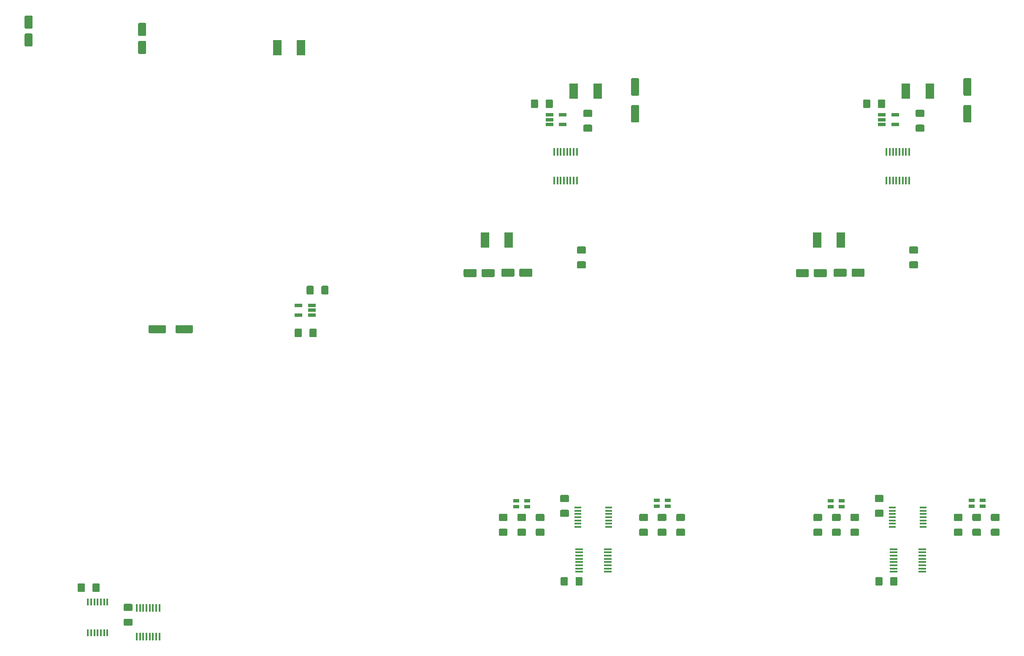
<source format=gbr>
G04 #@! TF.GenerationSoftware,KiCad,Pcbnew,(5.1.5)-3*
G04 #@! TF.CreationDate,2021-05-17T18:43:42+02:00*
G04 #@! TF.ProjectId,MK2EE,4d4b3245-452e-46b6-9963-61645f706362,1*
G04 #@! TF.SameCoordinates,Original*
G04 #@! TF.FileFunction,Paste,Top*
G04 #@! TF.FilePolarity,Positive*
%FSLAX46Y46*%
G04 Gerber Fmt 4.6, Leading zero omitted, Abs format (unit mm)*
G04 Created by KiCad (PCBNEW (5.1.5)-3) date 2021-05-17 18:43:42*
%MOMM*%
%LPD*%
G04 APERTURE LIST*
%ADD10C,0.100000*%
%ADD11R,1.475000X0.450000*%
%ADD12R,1.570000X0.410000*%
%ADD13R,1.200000X0.800000*%
%ADD14R,1.560000X0.650000*%
%ADD15R,1.680000X3.100000*%
%ADD16R,1.680000X3.150000*%
%ADD17R,0.410000X1.570000*%
%ADD18R,0.450000X1.475000*%
G04 APERTURE END LIST*
D10*
G36*
X237450504Y-158951204D02*
G01*
X237474773Y-158954804D01*
X237498571Y-158960765D01*
X237521671Y-158969030D01*
X237543849Y-158979520D01*
X237564893Y-158992133D01*
X237584598Y-159006747D01*
X237602777Y-159023223D01*
X237619253Y-159041402D01*
X237633867Y-159061107D01*
X237646480Y-159082151D01*
X237656970Y-159104329D01*
X237665235Y-159127429D01*
X237671196Y-159151227D01*
X237674796Y-159175496D01*
X237676000Y-159200000D01*
X237676000Y-160125000D01*
X237674796Y-160149504D01*
X237671196Y-160173773D01*
X237665235Y-160197571D01*
X237656970Y-160220671D01*
X237646480Y-160242849D01*
X237633867Y-160263893D01*
X237619253Y-160283598D01*
X237602777Y-160301777D01*
X237584598Y-160318253D01*
X237564893Y-160332867D01*
X237543849Y-160345480D01*
X237521671Y-160355970D01*
X237498571Y-160364235D01*
X237474773Y-160370196D01*
X237450504Y-160373796D01*
X237426000Y-160375000D01*
X236176000Y-160375000D01*
X236151496Y-160373796D01*
X236127227Y-160370196D01*
X236103429Y-160364235D01*
X236080329Y-160355970D01*
X236058151Y-160345480D01*
X236037107Y-160332867D01*
X236017402Y-160318253D01*
X235999223Y-160301777D01*
X235982747Y-160283598D01*
X235968133Y-160263893D01*
X235955520Y-160242849D01*
X235945030Y-160220671D01*
X235936765Y-160197571D01*
X235930804Y-160173773D01*
X235927204Y-160149504D01*
X235926000Y-160125000D01*
X235926000Y-159200000D01*
X235927204Y-159175496D01*
X235930804Y-159151227D01*
X235936765Y-159127429D01*
X235945030Y-159104329D01*
X235955520Y-159082151D01*
X235968133Y-159061107D01*
X235982747Y-159041402D01*
X235999223Y-159023223D01*
X236017402Y-159006747D01*
X236037107Y-158992133D01*
X236058151Y-158979520D01*
X236080329Y-158969030D01*
X236103429Y-158960765D01*
X236127227Y-158954804D01*
X236151496Y-158951204D01*
X236176000Y-158950000D01*
X237426000Y-158950000D01*
X237450504Y-158951204D01*
G37*
G36*
X237450504Y-155976204D02*
G01*
X237474773Y-155979804D01*
X237498571Y-155985765D01*
X237521671Y-155994030D01*
X237543849Y-156004520D01*
X237564893Y-156017133D01*
X237584598Y-156031747D01*
X237602777Y-156048223D01*
X237619253Y-156066402D01*
X237633867Y-156086107D01*
X237646480Y-156107151D01*
X237656970Y-156129329D01*
X237665235Y-156152429D01*
X237671196Y-156176227D01*
X237674796Y-156200496D01*
X237676000Y-156225000D01*
X237676000Y-157150000D01*
X237674796Y-157174504D01*
X237671196Y-157198773D01*
X237665235Y-157222571D01*
X237656970Y-157245671D01*
X237646480Y-157267849D01*
X237633867Y-157288893D01*
X237619253Y-157308598D01*
X237602777Y-157326777D01*
X237584598Y-157343253D01*
X237564893Y-157357867D01*
X237543849Y-157370480D01*
X237521671Y-157380970D01*
X237498571Y-157389235D01*
X237474773Y-157395196D01*
X237450504Y-157398796D01*
X237426000Y-157400000D01*
X236176000Y-157400000D01*
X236151496Y-157398796D01*
X236127227Y-157395196D01*
X236103429Y-157389235D01*
X236080329Y-157380970D01*
X236058151Y-157370480D01*
X236037107Y-157357867D01*
X236017402Y-157343253D01*
X235999223Y-157326777D01*
X235982747Y-157308598D01*
X235968133Y-157288893D01*
X235955520Y-157267849D01*
X235945030Y-157245671D01*
X235936765Y-157222571D01*
X235930804Y-157198773D01*
X235927204Y-157174504D01*
X235926000Y-157150000D01*
X235926000Y-156225000D01*
X235927204Y-156200496D01*
X235930804Y-156176227D01*
X235936765Y-156152429D01*
X235945030Y-156129329D01*
X235955520Y-156107151D01*
X235968133Y-156086107D01*
X235982747Y-156066402D01*
X235999223Y-156048223D01*
X236017402Y-156031747D01*
X236037107Y-156017133D01*
X236058151Y-156004520D01*
X236080329Y-155994030D01*
X236103429Y-155985765D01*
X236127227Y-155979804D01*
X236151496Y-155976204D01*
X236176000Y-155975000D01*
X237426000Y-155975000D01*
X237450504Y-155976204D01*
G37*
G36*
X265600504Y-158951204D02*
G01*
X265624773Y-158954804D01*
X265648571Y-158960765D01*
X265671671Y-158969030D01*
X265693849Y-158979520D01*
X265714893Y-158992133D01*
X265734598Y-159006747D01*
X265752777Y-159023223D01*
X265769253Y-159041402D01*
X265783867Y-159061107D01*
X265796480Y-159082151D01*
X265806970Y-159104329D01*
X265815235Y-159127429D01*
X265821196Y-159151227D01*
X265824796Y-159175496D01*
X265826000Y-159200000D01*
X265826000Y-160125000D01*
X265824796Y-160149504D01*
X265821196Y-160173773D01*
X265815235Y-160197571D01*
X265806970Y-160220671D01*
X265796480Y-160242849D01*
X265783867Y-160263893D01*
X265769253Y-160283598D01*
X265752777Y-160301777D01*
X265734598Y-160318253D01*
X265714893Y-160332867D01*
X265693849Y-160345480D01*
X265671671Y-160355970D01*
X265648571Y-160364235D01*
X265624773Y-160370196D01*
X265600504Y-160373796D01*
X265576000Y-160375000D01*
X264326000Y-160375000D01*
X264301496Y-160373796D01*
X264277227Y-160370196D01*
X264253429Y-160364235D01*
X264230329Y-160355970D01*
X264208151Y-160345480D01*
X264187107Y-160332867D01*
X264167402Y-160318253D01*
X264149223Y-160301777D01*
X264132747Y-160283598D01*
X264118133Y-160263893D01*
X264105520Y-160242849D01*
X264095030Y-160220671D01*
X264086765Y-160197571D01*
X264080804Y-160173773D01*
X264077204Y-160149504D01*
X264076000Y-160125000D01*
X264076000Y-159200000D01*
X264077204Y-159175496D01*
X264080804Y-159151227D01*
X264086765Y-159127429D01*
X264095030Y-159104329D01*
X264105520Y-159082151D01*
X264118133Y-159061107D01*
X264132747Y-159041402D01*
X264149223Y-159023223D01*
X264167402Y-159006747D01*
X264187107Y-158992133D01*
X264208151Y-158979520D01*
X264230329Y-158969030D01*
X264253429Y-158960765D01*
X264277227Y-158954804D01*
X264301496Y-158951204D01*
X264326000Y-158950000D01*
X265576000Y-158950000D01*
X265600504Y-158951204D01*
G37*
G36*
X265600504Y-155976204D02*
G01*
X265624773Y-155979804D01*
X265648571Y-155985765D01*
X265671671Y-155994030D01*
X265693849Y-156004520D01*
X265714893Y-156017133D01*
X265734598Y-156031747D01*
X265752777Y-156048223D01*
X265769253Y-156066402D01*
X265783867Y-156086107D01*
X265796480Y-156107151D01*
X265806970Y-156129329D01*
X265815235Y-156152429D01*
X265821196Y-156176227D01*
X265824796Y-156200496D01*
X265826000Y-156225000D01*
X265826000Y-157150000D01*
X265824796Y-157174504D01*
X265821196Y-157198773D01*
X265815235Y-157222571D01*
X265806970Y-157245671D01*
X265796480Y-157267849D01*
X265783867Y-157288893D01*
X265769253Y-157308598D01*
X265752777Y-157326777D01*
X265734598Y-157343253D01*
X265714893Y-157357867D01*
X265693849Y-157370480D01*
X265671671Y-157380970D01*
X265648571Y-157389235D01*
X265624773Y-157395196D01*
X265600504Y-157398796D01*
X265576000Y-157400000D01*
X264326000Y-157400000D01*
X264301496Y-157398796D01*
X264277227Y-157395196D01*
X264253429Y-157389235D01*
X264230329Y-157380970D01*
X264208151Y-157370480D01*
X264187107Y-157357867D01*
X264167402Y-157343253D01*
X264149223Y-157326777D01*
X264132747Y-157308598D01*
X264118133Y-157288893D01*
X264105520Y-157267849D01*
X264095030Y-157245671D01*
X264086765Y-157222571D01*
X264080804Y-157198773D01*
X264077204Y-157174504D01*
X264076000Y-157150000D01*
X264076000Y-156225000D01*
X264077204Y-156200496D01*
X264080804Y-156176227D01*
X264086765Y-156152429D01*
X264095030Y-156129329D01*
X264105520Y-156107151D01*
X264118133Y-156086107D01*
X264132747Y-156066402D01*
X264149223Y-156048223D01*
X264167402Y-156031747D01*
X264187107Y-156017133D01*
X264208151Y-156004520D01*
X264230329Y-155994030D01*
X264253429Y-155985765D01*
X264277227Y-155979804D01*
X264301496Y-155976204D01*
X264326000Y-155975000D01*
X265576000Y-155975000D01*
X265600504Y-155976204D01*
G37*
G36*
X261900504Y-155976204D02*
G01*
X261924773Y-155979804D01*
X261948571Y-155985765D01*
X261971671Y-155994030D01*
X261993849Y-156004520D01*
X262014893Y-156017133D01*
X262034598Y-156031747D01*
X262052777Y-156048223D01*
X262069253Y-156066402D01*
X262083867Y-156086107D01*
X262096480Y-156107151D01*
X262106970Y-156129329D01*
X262115235Y-156152429D01*
X262121196Y-156176227D01*
X262124796Y-156200496D01*
X262126000Y-156225000D01*
X262126000Y-157150000D01*
X262124796Y-157174504D01*
X262121196Y-157198773D01*
X262115235Y-157222571D01*
X262106970Y-157245671D01*
X262096480Y-157267849D01*
X262083867Y-157288893D01*
X262069253Y-157308598D01*
X262052777Y-157326777D01*
X262034598Y-157343253D01*
X262014893Y-157357867D01*
X261993849Y-157370480D01*
X261971671Y-157380970D01*
X261948571Y-157389235D01*
X261924773Y-157395196D01*
X261900504Y-157398796D01*
X261876000Y-157400000D01*
X260626000Y-157400000D01*
X260601496Y-157398796D01*
X260577227Y-157395196D01*
X260553429Y-157389235D01*
X260530329Y-157380970D01*
X260508151Y-157370480D01*
X260487107Y-157357867D01*
X260467402Y-157343253D01*
X260449223Y-157326777D01*
X260432747Y-157308598D01*
X260418133Y-157288893D01*
X260405520Y-157267849D01*
X260395030Y-157245671D01*
X260386765Y-157222571D01*
X260380804Y-157198773D01*
X260377204Y-157174504D01*
X260376000Y-157150000D01*
X260376000Y-156225000D01*
X260377204Y-156200496D01*
X260380804Y-156176227D01*
X260386765Y-156152429D01*
X260395030Y-156129329D01*
X260405520Y-156107151D01*
X260418133Y-156086107D01*
X260432747Y-156066402D01*
X260449223Y-156048223D01*
X260467402Y-156031747D01*
X260487107Y-156017133D01*
X260508151Y-156004520D01*
X260530329Y-155994030D01*
X260553429Y-155985765D01*
X260577227Y-155979804D01*
X260601496Y-155976204D01*
X260626000Y-155975000D01*
X261876000Y-155975000D01*
X261900504Y-155976204D01*
G37*
G36*
X261900504Y-158951204D02*
G01*
X261924773Y-158954804D01*
X261948571Y-158960765D01*
X261971671Y-158969030D01*
X261993849Y-158979520D01*
X262014893Y-158992133D01*
X262034598Y-159006747D01*
X262052777Y-159023223D01*
X262069253Y-159041402D01*
X262083867Y-159061107D01*
X262096480Y-159082151D01*
X262106970Y-159104329D01*
X262115235Y-159127429D01*
X262121196Y-159151227D01*
X262124796Y-159175496D01*
X262126000Y-159200000D01*
X262126000Y-160125000D01*
X262124796Y-160149504D01*
X262121196Y-160173773D01*
X262115235Y-160197571D01*
X262106970Y-160220671D01*
X262096480Y-160242849D01*
X262083867Y-160263893D01*
X262069253Y-160283598D01*
X262052777Y-160301777D01*
X262034598Y-160318253D01*
X262014893Y-160332867D01*
X261993849Y-160345480D01*
X261971671Y-160355970D01*
X261948571Y-160364235D01*
X261924773Y-160370196D01*
X261900504Y-160373796D01*
X261876000Y-160375000D01*
X260626000Y-160375000D01*
X260601496Y-160373796D01*
X260577227Y-160370196D01*
X260553429Y-160364235D01*
X260530329Y-160355970D01*
X260508151Y-160345480D01*
X260487107Y-160332867D01*
X260467402Y-160318253D01*
X260449223Y-160301777D01*
X260432747Y-160283598D01*
X260418133Y-160263893D01*
X260405520Y-160242849D01*
X260395030Y-160220671D01*
X260386765Y-160197571D01*
X260380804Y-160173773D01*
X260377204Y-160149504D01*
X260376000Y-160125000D01*
X260376000Y-159200000D01*
X260377204Y-159175496D01*
X260380804Y-159151227D01*
X260386765Y-159127429D01*
X260395030Y-159104329D01*
X260405520Y-159082151D01*
X260418133Y-159061107D01*
X260432747Y-159041402D01*
X260449223Y-159023223D01*
X260467402Y-159006747D01*
X260487107Y-158992133D01*
X260508151Y-158979520D01*
X260530329Y-158969030D01*
X260553429Y-158960765D01*
X260577227Y-158954804D01*
X260601496Y-158951204D01*
X260626000Y-158950000D01*
X261876000Y-158950000D01*
X261900504Y-158951204D01*
G37*
G36*
X241150504Y-158951204D02*
G01*
X241174773Y-158954804D01*
X241198571Y-158960765D01*
X241221671Y-158969030D01*
X241243849Y-158979520D01*
X241264893Y-158992133D01*
X241284598Y-159006747D01*
X241302777Y-159023223D01*
X241319253Y-159041402D01*
X241333867Y-159061107D01*
X241346480Y-159082151D01*
X241356970Y-159104329D01*
X241365235Y-159127429D01*
X241371196Y-159151227D01*
X241374796Y-159175496D01*
X241376000Y-159200000D01*
X241376000Y-160125000D01*
X241374796Y-160149504D01*
X241371196Y-160173773D01*
X241365235Y-160197571D01*
X241356970Y-160220671D01*
X241346480Y-160242849D01*
X241333867Y-160263893D01*
X241319253Y-160283598D01*
X241302777Y-160301777D01*
X241284598Y-160318253D01*
X241264893Y-160332867D01*
X241243849Y-160345480D01*
X241221671Y-160355970D01*
X241198571Y-160364235D01*
X241174773Y-160370196D01*
X241150504Y-160373796D01*
X241126000Y-160375000D01*
X239876000Y-160375000D01*
X239851496Y-160373796D01*
X239827227Y-160370196D01*
X239803429Y-160364235D01*
X239780329Y-160355970D01*
X239758151Y-160345480D01*
X239737107Y-160332867D01*
X239717402Y-160318253D01*
X239699223Y-160301777D01*
X239682747Y-160283598D01*
X239668133Y-160263893D01*
X239655520Y-160242849D01*
X239645030Y-160220671D01*
X239636765Y-160197571D01*
X239630804Y-160173773D01*
X239627204Y-160149504D01*
X239626000Y-160125000D01*
X239626000Y-159200000D01*
X239627204Y-159175496D01*
X239630804Y-159151227D01*
X239636765Y-159127429D01*
X239645030Y-159104329D01*
X239655520Y-159082151D01*
X239668133Y-159061107D01*
X239682747Y-159041402D01*
X239699223Y-159023223D01*
X239717402Y-159006747D01*
X239737107Y-158992133D01*
X239758151Y-158979520D01*
X239780329Y-158969030D01*
X239803429Y-158960765D01*
X239827227Y-158954804D01*
X239851496Y-158951204D01*
X239876000Y-158950000D01*
X241126000Y-158950000D01*
X241150504Y-158951204D01*
G37*
G36*
X241150504Y-155976204D02*
G01*
X241174773Y-155979804D01*
X241198571Y-155985765D01*
X241221671Y-155994030D01*
X241243849Y-156004520D01*
X241264893Y-156017133D01*
X241284598Y-156031747D01*
X241302777Y-156048223D01*
X241319253Y-156066402D01*
X241333867Y-156086107D01*
X241346480Y-156107151D01*
X241356970Y-156129329D01*
X241365235Y-156152429D01*
X241371196Y-156176227D01*
X241374796Y-156200496D01*
X241376000Y-156225000D01*
X241376000Y-157150000D01*
X241374796Y-157174504D01*
X241371196Y-157198773D01*
X241365235Y-157222571D01*
X241356970Y-157245671D01*
X241346480Y-157267849D01*
X241333867Y-157288893D01*
X241319253Y-157308598D01*
X241302777Y-157326777D01*
X241284598Y-157343253D01*
X241264893Y-157357867D01*
X241243849Y-157370480D01*
X241221671Y-157380970D01*
X241198571Y-157389235D01*
X241174773Y-157395196D01*
X241150504Y-157398796D01*
X241126000Y-157400000D01*
X239876000Y-157400000D01*
X239851496Y-157398796D01*
X239827227Y-157395196D01*
X239803429Y-157389235D01*
X239780329Y-157380970D01*
X239758151Y-157370480D01*
X239737107Y-157357867D01*
X239717402Y-157343253D01*
X239699223Y-157326777D01*
X239682747Y-157308598D01*
X239668133Y-157288893D01*
X239655520Y-157267849D01*
X239645030Y-157245671D01*
X239636765Y-157222571D01*
X239630804Y-157198773D01*
X239627204Y-157174504D01*
X239626000Y-157150000D01*
X239626000Y-156225000D01*
X239627204Y-156200496D01*
X239630804Y-156176227D01*
X239636765Y-156152429D01*
X239645030Y-156129329D01*
X239655520Y-156107151D01*
X239668133Y-156086107D01*
X239682747Y-156066402D01*
X239699223Y-156048223D01*
X239717402Y-156031747D01*
X239737107Y-156017133D01*
X239758151Y-156004520D01*
X239780329Y-155994030D01*
X239803429Y-155985765D01*
X239827227Y-155979804D01*
X239851496Y-155976204D01*
X239876000Y-155975000D01*
X241126000Y-155975000D01*
X241150504Y-155976204D01*
G37*
G36*
X233725504Y-155976204D02*
G01*
X233749773Y-155979804D01*
X233773571Y-155985765D01*
X233796671Y-155994030D01*
X233818849Y-156004520D01*
X233839893Y-156017133D01*
X233859598Y-156031747D01*
X233877777Y-156048223D01*
X233894253Y-156066402D01*
X233908867Y-156086107D01*
X233921480Y-156107151D01*
X233931970Y-156129329D01*
X233940235Y-156152429D01*
X233946196Y-156176227D01*
X233949796Y-156200496D01*
X233951000Y-156225000D01*
X233951000Y-157150000D01*
X233949796Y-157174504D01*
X233946196Y-157198773D01*
X233940235Y-157222571D01*
X233931970Y-157245671D01*
X233921480Y-157267849D01*
X233908867Y-157288893D01*
X233894253Y-157308598D01*
X233877777Y-157326777D01*
X233859598Y-157343253D01*
X233839893Y-157357867D01*
X233818849Y-157370480D01*
X233796671Y-157380970D01*
X233773571Y-157389235D01*
X233749773Y-157395196D01*
X233725504Y-157398796D01*
X233701000Y-157400000D01*
X232451000Y-157400000D01*
X232426496Y-157398796D01*
X232402227Y-157395196D01*
X232378429Y-157389235D01*
X232355329Y-157380970D01*
X232333151Y-157370480D01*
X232312107Y-157357867D01*
X232292402Y-157343253D01*
X232274223Y-157326777D01*
X232257747Y-157308598D01*
X232243133Y-157288893D01*
X232230520Y-157267849D01*
X232220030Y-157245671D01*
X232211765Y-157222571D01*
X232205804Y-157198773D01*
X232202204Y-157174504D01*
X232201000Y-157150000D01*
X232201000Y-156225000D01*
X232202204Y-156200496D01*
X232205804Y-156176227D01*
X232211765Y-156152429D01*
X232220030Y-156129329D01*
X232230520Y-156107151D01*
X232243133Y-156086107D01*
X232257747Y-156066402D01*
X232274223Y-156048223D01*
X232292402Y-156031747D01*
X232312107Y-156017133D01*
X232333151Y-156004520D01*
X232355329Y-155994030D01*
X232378429Y-155985765D01*
X232402227Y-155979804D01*
X232426496Y-155976204D01*
X232451000Y-155975000D01*
X233701000Y-155975000D01*
X233725504Y-155976204D01*
G37*
G36*
X233725504Y-158951204D02*
G01*
X233749773Y-158954804D01*
X233773571Y-158960765D01*
X233796671Y-158969030D01*
X233818849Y-158979520D01*
X233839893Y-158992133D01*
X233859598Y-159006747D01*
X233877777Y-159023223D01*
X233894253Y-159041402D01*
X233908867Y-159061107D01*
X233921480Y-159082151D01*
X233931970Y-159104329D01*
X233940235Y-159127429D01*
X233946196Y-159151227D01*
X233949796Y-159175496D01*
X233951000Y-159200000D01*
X233951000Y-160125000D01*
X233949796Y-160149504D01*
X233946196Y-160173773D01*
X233940235Y-160197571D01*
X233931970Y-160220671D01*
X233921480Y-160242849D01*
X233908867Y-160263893D01*
X233894253Y-160283598D01*
X233877777Y-160301777D01*
X233859598Y-160318253D01*
X233839893Y-160332867D01*
X233818849Y-160345480D01*
X233796671Y-160355970D01*
X233773571Y-160364235D01*
X233749773Y-160370196D01*
X233725504Y-160373796D01*
X233701000Y-160375000D01*
X232451000Y-160375000D01*
X232426496Y-160373796D01*
X232402227Y-160370196D01*
X232378429Y-160364235D01*
X232355329Y-160355970D01*
X232333151Y-160345480D01*
X232312107Y-160332867D01*
X232292402Y-160318253D01*
X232274223Y-160301777D01*
X232257747Y-160283598D01*
X232243133Y-160263893D01*
X232230520Y-160242849D01*
X232220030Y-160220671D01*
X232211765Y-160197571D01*
X232205804Y-160173773D01*
X232202204Y-160149504D01*
X232201000Y-160125000D01*
X232201000Y-159200000D01*
X232202204Y-159175496D01*
X232205804Y-159151227D01*
X232211765Y-159127429D01*
X232220030Y-159104329D01*
X232230520Y-159082151D01*
X232243133Y-159061107D01*
X232257747Y-159041402D01*
X232274223Y-159023223D01*
X232292402Y-159006747D01*
X232312107Y-158992133D01*
X232333151Y-158979520D01*
X232355329Y-158969030D01*
X232378429Y-158960765D01*
X232402227Y-158954804D01*
X232426496Y-158951204D01*
X232451000Y-158950000D01*
X233701000Y-158950000D01*
X233725504Y-158951204D01*
G37*
G36*
X269325504Y-158951204D02*
G01*
X269349773Y-158954804D01*
X269373571Y-158960765D01*
X269396671Y-158969030D01*
X269418849Y-158979520D01*
X269439893Y-158992133D01*
X269459598Y-159006747D01*
X269477777Y-159023223D01*
X269494253Y-159041402D01*
X269508867Y-159061107D01*
X269521480Y-159082151D01*
X269531970Y-159104329D01*
X269540235Y-159127429D01*
X269546196Y-159151227D01*
X269549796Y-159175496D01*
X269551000Y-159200000D01*
X269551000Y-160125000D01*
X269549796Y-160149504D01*
X269546196Y-160173773D01*
X269540235Y-160197571D01*
X269531970Y-160220671D01*
X269521480Y-160242849D01*
X269508867Y-160263893D01*
X269494253Y-160283598D01*
X269477777Y-160301777D01*
X269459598Y-160318253D01*
X269439893Y-160332867D01*
X269418849Y-160345480D01*
X269396671Y-160355970D01*
X269373571Y-160364235D01*
X269349773Y-160370196D01*
X269325504Y-160373796D01*
X269301000Y-160375000D01*
X268051000Y-160375000D01*
X268026496Y-160373796D01*
X268002227Y-160370196D01*
X267978429Y-160364235D01*
X267955329Y-160355970D01*
X267933151Y-160345480D01*
X267912107Y-160332867D01*
X267892402Y-160318253D01*
X267874223Y-160301777D01*
X267857747Y-160283598D01*
X267843133Y-160263893D01*
X267830520Y-160242849D01*
X267820030Y-160220671D01*
X267811765Y-160197571D01*
X267805804Y-160173773D01*
X267802204Y-160149504D01*
X267801000Y-160125000D01*
X267801000Y-159200000D01*
X267802204Y-159175496D01*
X267805804Y-159151227D01*
X267811765Y-159127429D01*
X267820030Y-159104329D01*
X267830520Y-159082151D01*
X267843133Y-159061107D01*
X267857747Y-159041402D01*
X267874223Y-159023223D01*
X267892402Y-159006747D01*
X267912107Y-158992133D01*
X267933151Y-158979520D01*
X267955329Y-158969030D01*
X267978429Y-158960765D01*
X268002227Y-158954804D01*
X268026496Y-158951204D01*
X268051000Y-158950000D01*
X269301000Y-158950000D01*
X269325504Y-158951204D01*
G37*
G36*
X269325504Y-155976204D02*
G01*
X269349773Y-155979804D01*
X269373571Y-155985765D01*
X269396671Y-155994030D01*
X269418849Y-156004520D01*
X269439893Y-156017133D01*
X269459598Y-156031747D01*
X269477777Y-156048223D01*
X269494253Y-156066402D01*
X269508867Y-156086107D01*
X269521480Y-156107151D01*
X269531970Y-156129329D01*
X269540235Y-156152429D01*
X269546196Y-156176227D01*
X269549796Y-156200496D01*
X269551000Y-156225000D01*
X269551000Y-157150000D01*
X269549796Y-157174504D01*
X269546196Y-157198773D01*
X269540235Y-157222571D01*
X269531970Y-157245671D01*
X269521480Y-157267849D01*
X269508867Y-157288893D01*
X269494253Y-157308598D01*
X269477777Y-157326777D01*
X269459598Y-157343253D01*
X269439893Y-157357867D01*
X269418849Y-157370480D01*
X269396671Y-157380970D01*
X269373571Y-157389235D01*
X269349773Y-157395196D01*
X269325504Y-157398796D01*
X269301000Y-157400000D01*
X268051000Y-157400000D01*
X268026496Y-157398796D01*
X268002227Y-157395196D01*
X267978429Y-157389235D01*
X267955329Y-157380970D01*
X267933151Y-157370480D01*
X267912107Y-157357867D01*
X267892402Y-157343253D01*
X267874223Y-157326777D01*
X267857747Y-157308598D01*
X267843133Y-157288893D01*
X267830520Y-157267849D01*
X267820030Y-157245671D01*
X267811765Y-157222571D01*
X267805804Y-157198773D01*
X267802204Y-157174504D01*
X267801000Y-157150000D01*
X267801000Y-156225000D01*
X267802204Y-156200496D01*
X267805804Y-156176227D01*
X267811765Y-156152429D01*
X267820030Y-156129329D01*
X267830520Y-156107151D01*
X267843133Y-156086107D01*
X267857747Y-156066402D01*
X267874223Y-156048223D01*
X267892402Y-156031747D01*
X267912107Y-156017133D01*
X267933151Y-156004520D01*
X267955329Y-155994030D01*
X267978429Y-155985765D01*
X268002227Y-155979804D01*
X268026496Y-155976204D01*
X268051000Y-155975000D01*
X269301000Y-155975000D01*
X269325504Y-155976204D01*
G37*
G36*
X246050504Y-152176204D02*
G01*
X246074773Y-152179804D01*
X246098571Y-152185765D01*
X246121671Y-152194030D01*
X246143849Y-152204520D01*
X246164893Y-152217133D01*
X246184598Y-152231747D01*
X246202777Y-152248223D01*
X246219253Y-152266402D01*
X246233867Y-152286107D01*
X246246480Y-152307151D01*
X246256970Y-152329329D01*
X246265235Y-152352429D01*
X246271196Y-152376227D01*
X246274796Y-152400496D01*
X246276000Y-152425000D01*
X246276000Y-153350000D01*
X246274796Y-153374504D01*
X246271196Y-153398773D01*
X246265235Y-153422571D01*
X246256970Y-153445671D01*
X246246480Y-153467849D01*
X246233867Y-153488893D01*
X246219253Y-153508598D01*
X246202777Y-153526777D01*
X246184598Y-153543253D01*
X246164893Y-153557867D01*
X246143849Y-153570480D01*
X246121671Y-153580970D01*
X246098571Y-153589235D01*
X246074773Y-153595196D01*
X246050504Y-153598796D01*
X246026000Y-153600000D01*
X244776000Y-153600000D01*
X244751496Y-153598796D01*
X244727227Y-153595196D01*
X244703429Y-153589235D01*
X244680329Y-153580970D01*
X244658151Y-153570480D01*
X244637107Y-153557867D01*
X244617402Y-153543253D01*
X244599223Y-153526777D01*
X244582747Y-153508598D01*
X244568133Y-153488893D01*
X244555520Y-153467849D01*
X244545030Y-153445671D01*
X244536765Y-153422571D01*
X244530804Y-153398773D01*
X244527204Y-153374504D01*
X244526000Y-153350000D01*
X244526000Y-152425000D01*
X244527204Y-152400496D01*
X244530804Y-152376227D01*
X244536765Y-152352429D01*
X244545030Y-152329329D01*
X244555520Y-152307151D01*
X244568133Y-152286107D01*
X244582747Y-152266402D01*
X244599223Y-152248223D01*
X244617402Y-152231747D01*
X244637107Y-152217133D01*
X244658151Y-152204520D01*
X244680329Y-152194030D01*
X244703429Y-152185765D01*
X244727227Y-152179804D01*
X244751496Y-152176204D01*
X244776000Y-152175000D01*
X246026000Y-152175000D01*
X246050504Y-152176204D01*
G37*
G36*
X246050504Y-155151204D02*
G01*
X246074773Y-155154804D01*
X246098571Y-155160765D01*
X246121671Y-155169030D01*
X246143849Y-155179520D01*
X246164893Y-155192133D01*
X246184598Y-155206747D01*
X246202777Y-155223223D01*
X246219253Y-155241402D01*
X246233867Y-155261107D01*
X246246480Y-155282151D01*
X246256970Y-155304329D01*
X246265235Y-155327429D01*
X246271196Y-155351227D01*
X246274796Y-155375496D01*
X246276000Y-155400000D01*
X246276000Y-156325000D01*
X246274796Y-156349504D01*
X246271196Y-156373773D01*
X246265235Y-156397571D01*
X246256970Y-156420671D01*
X246246480Y-156442849D01*
X246233867Y-156463893D01*
X246219253Y-156483598D01*
X246202777Y-156501777D01*
X246184598Y-156518253D01*
X246164893Y-156532867D01*
X246143849Y-156545480D01*
X246121671Y-156555970D01*
X246098571Y-156564235D01*
X246074773Y-156570196D01*
X246050504Y-156573796D01*
X246026000Y-156575000D01*
X244776000Y-156575000D01*
X244751496Y-156573796D01*
X244727227Y-156570196D01*
X244703429Y-156564235D01*
X244680329Y-156555970D01*
X244658151Y-156545480D01*
X244637107Y-156532867D01*
X244617402Y-156518253D01*
X244599223Y-156501777D01*
X244582747Y-156483598D01*
X244568133Y-156463893D01*
X244555520Y-156442849D01*
X244545030Y-156420671D01*
X244536765Y-156397571D01*
X244530804Y-156373773D01*
X244527204Y-156349504D01*
X244526000Y-156325000D01*
X244526000Y-155400000D01*
X244527204Y-155375496D01*
X244530804Y-155351227D01*
X244536765Y-155327429D01*
X244545030Y-155304329D01*
X244555520Y-155282151D01*
X244568133Y-155261107D01*
X244582747Y-155241402D01*
X244599223Y-155223223D01*
X244617402Y-155206747D01*
X244637107Y-155192133D01*
X244658151Y-155179520D01*
X244680329Y-155169030D01*
X244703429Y-155160765D01*
X244727227Y-155154804D01*
X244751496Y-155151204D01*
X244776000Y-155150000D01*
X246026000Y-155150000D01*
X246050504Y-155151204D01*
G37*
G36*
X245825504Y-168626204D02*
G01*
X245849773Y-168629804D01*
X245873571Y-168635765D01*
X245896671Y-168644030D01*
X245918849Y-168654520D01*
X245939893Y-168667133D01*
X245959598Y-168681747D01*
X245977777Y-168698223D01*
X245994253Y-168716402D01*
X246008867Y-168736107D01*
X246021480Y-168757151D01*
X246031970Y-168779329D01*
X246040235Y-168802429D01*
X246046196Y-168826227D01*
X246049796Y-168850496D01*
X246051000Y-168875000D01*
X246051000Y-170125000D01*
X246049796Y-170149504D01*
X246046196Y-170173773D01*
X246040235Y-170197571D01*
X246031970Y-170220671D01*
X246021480Y-170242849D01*
X246008867Y-170263893D01*
X245994253Y-170283598D01*
X245977777Y-170301777D01*
X245959598Y-170318253D01*
X245939893Y-170332867D01*
X245918849Y-170345480D01*
X245896671Y-170355970D01*
X245873571Y-170364235D01*
X245849773Y-170370196D01*
X245825504Y-170373796D01*
X245801000Y-170375000D01*
X244876000Y-170375000D01*
X244851496Y-170373796D01*
X244827227Y-170370196D01*
X244803429Y-170364235D01*
X244780329Y-170355970D01*
X244758151Y-170345480D01*
X244737107Y-170332867D01*
X244717402Y-170318253D01*
X244699223Y-170301777D01*
X244682747Y-170283598D01*
X244668133Y-170263893D01*
X244655520Y-170242849D01*
X244645030Y-170220671D01*
X244636765Y-170197571D01*
X244630804Y-170173773D01*
X244627204Y-170149504D01*
X244626000Y-170125000D01*
X244626000Y-168875000D01*
X244627204Y-168850496D01*
X244630804Y-168826227D01*
X244636765Y-168802429D01*
X244645030Y-168779329D01*
X244655520Y-168757151D01*
X244668133Y-168736107D01*
X244682747Y-168716402D01*
X244699223Y-168698223D01*
X244717402Y-168681747D01*
X244737107Y-168667133D01*
X244758151Y-168654520D01*
X244780329Y-168644030D01*
X244803429Y-168635765D01*
X244827227Y-168629804D01*
X244851496Y-168626204D01*
X244876000Y-168625000D01*
X245801000Y-168625000D01*
X245825504Y-168626204D01*
G37*
G36*
X248800504Y-168626204D02*
G01*
X248824773Y-168629804D01*
X248848571Y-168635765D01*
X248871671Y-168644030D01*
X248893849Y-168654520D01*
X248914893Y-168667133D01*
X248934598Y-168681747D01*
X248952777Y-168698223D01*
X248969253Y-168716402D01*
X248983867Y-168736107D01*
X248996480Y-168757151D01*
X249006970Y-168779329D01*
X249015235Y-168802429D01*
X249021196Y-168826227D01*
X249024796Y-168850496D01*
X249026000Y-168875000D01*
X249026000Y-170125000D01*
X249024796Y-170149504D01*
X249021196Y-170173773D01*
X249015235Y-170197571D01*
X249006970Y-170220671D01*
X248996480Y-170242849D01*
X248983867Y-170263893D01*
X248969253Y-170283598D01*
X248952777Y-170301777D01*
X248934598Y-170318253D01*
X248914893Y-170332867D01*
X248893849Y-170345480D01*
X248871671Y-170355970D01*
X248848571Y-170364235D01*
X248824773Y-170370196D01*
X248800504Y-170373796D01*
X248776000Y-170375000D01*
X247851000Y-170375000D01*
X247826496Y-170373796D01*
X247802227Y-170370196D01*
X247778429Y-170364235D01*
X247755329Y-170355970D01*
X247733151Y-170345480D01*
X247712107Y-170332867D01*
X247692402Y-170318253D01*
X247674223Y-170301777D01*
X247657747Y-170283598D01*
X247643133Y-170263893D01*
X247630520Y-170242849D01*
X247620030Y-170220671D01*
X247611765Y-170197571D01*
X247605804Y-170173773D01*
X247602204Y-170149504D01*
X247601000Y-170125000D01*
X247601000Y-168875000D01*
X247602204Y-168850496D01*
X247605804Y-168826227D01*
X247611765Y-168802429D01*
X247620030Y-168779329D01*
X247630520Y-168757151D01*
X247643133Y-168736107D01*
X247657747Y-168716402D01*
X247674223Y-168698223D01*
X247692402Y-168681747D01*
X247712107Y-168667133D01*
X247733151Y-168654520D01*
X247755329Y-168644030D01*
X247778429Y-168635765D01*
X247802227Y-168629804D01*
X247826496Y-168626204D01*
X247851000Y-168625000D01*
X248776000Y-168625000D01*
X248800504Y-168626204D01*
G37*
D11*
X248051000Y-158591000D03*
X248051000Y-157941000D03*
X248051000Y-157291000D03*
X248051000Y-156641000D03*
X248051000Y-155991000D03*
X248051000Y-155341000D03*
X248051000Y-154691000D03*
X254251000Y-154691000D03*
X254251000Y-155341000D03*
X254251000Y-155991000D03*
X254251000Y-156641000D03*
X254251000Y-157291000D03*
X254251000Y-157941000D03*
X254251000Y-158591000D03*
D12*
X248306000Y-167600000D03*
X248306000Y-166950000D03*
X248306000Y-166300000D03*
X248306000Y-165650000D03*
X248306000Y-165000000D03*
X248306000Y-164350000D03*
X248306000Y-163700000D03*
X248306000Y-163050000D03*
X254046000Y-163050000D03*
X254046000Y-163700000D03*
X254046000Y-164350000D03*
X254046000Y-165000000D03*
X254046000Y-165650000D03*
X254046000Y-166300000D03*
X254046000Y-166950000D03*
X254046000Y-167600000D03*
D13*
X235701000Y-153300000D03*
X235701000Y-154500000D03*
X237901000Y-154500000D03*
X237901000Y-153300000D03*
X263926000Y-153275000D03*
X263926000Y-154475000D03*
X266126000Y-154475000D03*
X266126000Y-153275000D03*
D14*
X248595000Y-75905000D03*
X248595000Y-77805000D03*
X245895000Y-77805000D03*
X245895000Y-76855000D03*
X245895000Y-75905000D03*
D10*
G36*
X238644504Y-106781204D02*
G01*
X238668773Y-106784804D01*
X238692571Y-106790765D01*
X238715671Y-106799030D01*
X238737849Y-106809520D01*
X238758893Y-106822133D01*
X238778598Y-106836747D01*
X238796777Y-106853223D01*
X238813253Y-106871402D01*
X238827867Y-106891107D01*
X238840480Y-106912151D01*
X238850970Y-106934329D01*
X238859235Y-106957429D01*
X238865196Y-106981227D01*
X238868796Y-107005496D01*
X238870000Y-107030000D01*
X238870000Y-108130000D01*
X238868796Y-108154504D01*
X238865196Y-108178773D01*
X238859235Y-108202571D01*
X238850970Y-108225671D01*
X238840480Y-108247849D01*
X238827867Y-108268893D01*
X238813253Y-108288598D01*
X238796777Y-108306777D01*
X238778598Y-108323253D01*
X238758893Y-108337867D01*
X238737849Y-108350480D01*
X238715671Y-108360970D01*
X238692571Y-108369235D01*
X238668773Y-108375196D01*
X238644504Y-108378796D01*
X238620000Y-108380000D01*
X236520000Y-108380000D01*
X236495496Y-108378796D01*
X236471227Y-108375196D01*
X236447429Y-108369235D01*
X236424329Y-108360970D01*
X236402151Y-108350480D01*
X236381107Y-108337867D01*
X236361402Y-108323253D01*
X236343223Y-108306777D01*
X236326747Y-108288598D01*
X236312133Y-108268893D01*
X236299520Y-108247849D01*
X236289030Y-108225671D01*
X236280765Y-108202571D01*
X236274804Y-108178773D01*
X236271204Y-108154504D01*
X236270000Y-108130000D01*
X236270000Y-107030000D01*
X236271204Y-107005496D01*
X236274804Y-106981227D01*
X236280765Y-106957429D01*
X236289030Y-106934329D01*
X236299520Y-106912151D01*
X236312133Y-106891107D01*
X236326747Y-106871402D01*
X236343223Y-106853223D01*
X236361402Y-106836747D01*
X236381107Y-106822133D01*
X236402151Y-106809520D01*
X236424329Y-106799030D01*
X236447429Y-106790765D01*
X236471227Y-106784804D01*
X236495496Y-106781204D01*
X236520000Y-106780000D01*
X238620000Y-106780000D01*
X238644504Y-106781204D01*
G37*
G36*
X242244504Y-106781204D02*
G01*
X242268773Y-106784804D01*
X242292571Y-106790765D01*
X242315671Y-106799030D01*
X242337849Y-106809520D01*
X242358893Y-106822133D01*
X242378598Y-106836747D01*
X242396777Y-106853223D01*
X242413253Y-106871402D01*
X242427867Y-106891107D01*
X242440480Y-106912151D01*
X242450970Y-106934329D01*
X242459235Y-106957429D01*
X242465196Y-106981227D01*
X242468796Y-107005496D01*
X242470000Y-107030000D01*
X242470000Y-108130000D01*
X242468796Y-108154504D01*
X242465196Y-108178773D01*
X242459235Y-108202571D01*
X242450970Y-108225671D01*
X242440480Y-108247849D01*
X242427867Y-108268893D01*
X242413253Y-108288598D01*
X242396777Y-108306777D01*
X242378598Y-108323253D01*
X242358893Y-108337867D01*
X242337849Y-108350480D01*
X242315671Y-108360970D01*
X242292571Y-108369235D01*
X242268773Y-108375196D01*
X242244504Y-108378796D01*
X242220000Y-108380000D01*
X240120000Y-108380000D01*
X240095496Y-108378796D01*
X240071227Y-108375196D01*
X240047429Y-108369235D01*
X240024329Y-108360970D01*
X240002151Y-108350480D01*
X239981107Y-108337867D01*
X239961402Y-108323253D01*
X239943223Y-108306777D01*
X239926747Y-108288598D01*
X239912133Y-108268893D01*
X239899520Y-108247849D01*
X239889030Y-108225671D01*
X239880765Y-108202571D01*
X239874804Y-108178773D01*
X239871204Y-108154504D01*
X239870000Y-108130000D01*
X239870000Y-107030000D01*
X239871204Y-107005496D01*
X239874804Y-106981227D01*
X239880765Y-106957429D01*
X239889030Y-106934329D01*
X239899520Y-106912151D01*
X239912133Y-106891107D01*
X239926747Y-106871402D01*
X239943223Y-106853223D01*
X239961402Y-106836747D01*
X239981107Y-106822133D01*
X240002151Y-106809520D01*
X240024329Y-106799030D01*
X240047429Y-106790765D01*
X240071227Y-106784804D01*
X240095496Y-106781204D01*
X240120000Y-106780000D01*
X242220000Y-106780000D01*
X242244504Y-106781204D01*
G37*
G36*
X263669504Y-73931204D02*
G01*
X263693773Y-73934804D01*
X263717571Y-73940765D01*
X263740671Y-73949030D01*
X263762849Y-73959520D01*
X263783893Y-73972133D01*
X263803598Y-73986747D01*
X263821777Y-74003223D01*
X263838253Y-74021402D01*
X263852867Y-74041107D01*
X263865480Y-74062151D01*
X263875970Y-74084329D01*
X263884235Y-74107429D01*
X263890196Y-74131227D01*
X263893796Y-74155496D01*
X263895000Y-74180000D01*
X263895000Y-77180000D01*
X263893796Y-77204504D01*
X263890196Y-77228773D01*
X263884235Y-77252571D01*
X263875970Y-77275671D01*
X263865480Y-77297849D01*
X263852867Y-77318893D01*
X263838253Y-77338598D01*
X263821777Y-77356777D01*
X263803598Y-77373253D01*
X263783893Y-77387867D01*
X263762849Y-77400480D01*
X263740671Y-77410970D01*
X263717571Y-77419235D01*
X263693773Y-77425196D01*
X263669504Y-77428796D01*
X263645000Y-77430000D01*
X262545000Y-77430000D01*
X262520496Y-77428796D01*
X262496227Y-77425196D01*
X262472429Y-77419235D01*
X262449329Y-77410970D01*
X262427151Y-77400480D01*
X262406107Y-77387867D01*
X262386402Y-77373253D01*
X262368223Y-77356777D01*
X262351747Y-77338598D01*
X262337133Y-77318893D01*
X262324520Y-77297849D01*
X262314030Y-77275671D01*
X262305765Y-77252571D01*
X262299804Y-77228773D01*
X262296204Y-77204504D01*
X262295000Y-77180000D01*
X262295000Y-74180000D01*
X262296204Y-74155496D01*
X262299804Y-74131227D01*
X262305765Y-74107429D01*
X262314030Y-74084329D01*
X262324520Y-74062151D01*
X262337133Y-74041107D01*
X262351747Y-74021402D01*
X262368223Y-74003223D01*
X262386402Y-73986747D01*
X262406107Y-73972133D01*
X262427151Y-73959520D01*
X262449329Y-73949030D01*
X262472429Y-73940765D01*
X262496227Y-73934804D01*
X262520496Y-73931204D01*
X262545000Y-73930000D01*
X263645000Y-73930000D01*
X263669504Y-73931204D01*
G37*
G36*
X263669504Y-68531204D02*
G01*
X263693773Y-68534804D01*
X263717571Y-68540765D01*
X263740671Y-68549030D01*
X263762849Y-68559520D01*
X263783893Y-68572133D01*
X263803598Y-68586747D01*
X263821777Y-68603223D01*
X263838253Y-68621402D01*
X263852867Y-68641107D01*
X263865480Y-68662151D01*
X263875970Y-68684329D01*
X263884235Y-68707429D01*
X263890196Y-68731227D01*
X263893796Y-68755496D01*
X263895000Y-68780000D01*
X263895000Y-71780000D01*
X263893796Y-71804504D01*
X263890196Y-71828773D01*
X263884235Y-71852571D01*
X263875970Y-71875671D01*
X263865480Y-71897849D01*
X263852867Y-71918893D01*
X263838253Y-71938598D01*
X263821777Y-71956777D01*
X263803598Y-71973253D01*
X263783893Y-71987867D01*
X263762849Y-72000480D01*
X263740671Y-72010970D01*
X263717571Y-72019235D01*
X263693773Y-72025196D01*
X263669504Y-72028796D01*
X263645000Y-72030000D01*
X262545000Y-72030000D01*
X262520496Y-72028796D01*
X262496227Y-72025196D01*
X262472429Y-72019235D01*
X262449329Y-72010970D01*
X262427151Y-72000480D01*
X262406107Y-71987867D01*
X262386402Y-71973253D01*
X262368223Y-71956777D01*
X262351747Y-71938598D01*
X262337133Y-71918893D01*
X262324520Y-71897849D01*
X262314030Y-71875671D01*
X262305765Y-71852571D01*
X262299804Y-71828773D01*
X262296204Y-71804504D01*
X262295000Y-71780000D01*
X262295000Y-68780000D01*
X262296204Y-68755496D01*
X262299804Y-68731227D01*
X262305765Y-68707429D01*
X262314030Y-68684329D01*
X262324520Y-68662151D01*
X262337133Y-68641107D01*
X262351747Y-68621402D01*
X262368223Y-68603223D01*
X262386402Y-68586747D01*
X262406107Y-68572133D01*
X262427151Y-68559520D01*
X262449329Y-68549030D01*
X262472429Y-68540765D01*
X262496227Y-68534804D01*
X262520496Y-68531204D01*
X262545000Y-68530000D01*
X263645000Y-68530000D01*
X263669504Y-68531204D01*
G37*
D15*
X232955000Y-100980000D03*
D16*
X237735000Y-100980000D03*
D10*
G36*
X234669504Y-106831204D02*
G01*
X234693773Y-106834804D01*
X234717571Y-106840765D01*
X234740671Y-106849030D01*
X234762849Y-106859520D01*
X234783893Y-106872133D01*
X234803598Y-106886747D01*
X234821777Y-106903223D01*
X234838253Y-106921402D01*
X234852867Y-106941107D01*
X234865480Y-106962151D01*
X234875970Y-106984329D01*
X234884235Y-107007429D01*
X234890196Y-107031227D01*
X234893796Y-107055496D01*
X234895000Y-107080000D01*
X234895000Y-108180000D01*
X234893796Y-108204504D01*
X234890196Y-108228773D01*
X234884235Y-108252571D01*
X234875970Y-108275671D01*
X234865480Y-108297849D01*
X234852867Y-108318893D01*
X234838253Y-108338598D01*
X234821777Y-108356777D01*
X234803598Y-108373253D01*
X234783893Y-108387867D01*
X234762849Y-108400480D01*
X234740671Y-108410970D01*
X234717571Y-108419235D01*
X234693773Y-108425196D01*
X234669504Y-108428796D01*
X234645000Y-108430000D01*
X232545000Y-108430000D01*
X232520496Y-108428796D01*
X232496227Y-108425196D01*
X232472429Y-108419235D01*
X232449329Y-108410970D01*
X232427151Y-108400480D01*
X232406107Y-108387867D01*
X232386402Y-108373253D01*
X232368223Y-108356777D01*
X232351747Y-108338598D01*
X232337133Y-108318893D01*
X232324520Y-108297849D01*
X232314030Y-108275671D01*
X232305765Y-108252571D01*
X232299804Y-108228773D01*
X232296204Y-108204504D01*
X232295000Y-108180000D01*
X232295000Y-107080000D01*
X232296204Y-107055496D01*
X232299804Y-107031227D01*
X232305765Y-107007429D01*
X232314030Y-106984329D01*
X232324520Y-106962151D01*
X232337133Y-106941107D01*
X232351747Y-106921402D01*
X232368223Y-106903223D01*
X232386402Y-106886747D01*
X232406107Y-106872133D01*
X232427151Y-106859520D01*
X232449329Y-106849030D01*
X232472429Y-106840765D01*
X232496227Y-106834804D01*
X232520496Y-106831204D01*
X232545000Y-106830000D01*
X234645000Y-106830000D01*
X234669504Y-106831204D01*
G37*
G36*
X231069504Y-106831204D02*
G01*
X231093773Y-106834804D01*
X231117571Y-106840765D01*
X231140671Y-106849030D01*
X231162849Y-106859520D01*
X231183893Y-106872133D01*
X231203598Y-106886747D01*
X231221777Y-106903223D01*
X231238253Y-106921402D01*
X231252867Y-106941107D01*
X231265480Y-106962151D01*
X231275970Y-106984329D01*
X231284235Y-107007429D01*
X231290196Y-107031227D01*
X231293796Y-107055496D01*
X231295000Y-107080000D01*
X231295000Y-108180000D01*
X231293796Y-108204504D01*
X231290196Y-108228773D01*
X231284235Y-108252571D01*
X231275970Y-108275671D01*
X231265480Y-108297849D01*
X231252867Y-108318893D01*
X231238253Y-108338598D01*
X231221777Y-108356777D01*
X231203598Y-108373253D01*
X231183893Y-108387867D01*
X231162849Y-108400480D01*
X231140671Y-108410970D01*
X231117571Y-108419235D01*
X231093773Y-108425196D01*
X231069504Y-108428796D01*
X231045000Y-108430000D01*
X228945000Y-108430000D01*
X228920496Y-108428796D01*
X228896227Y-108425196D01*
X228872429Y-108419235D01*
X228849329Y-108410970D01*
X228827151Y-108400480D01*
X228806107Y-108387867D01*
X228786402Y-108373253D01*
X228768223Y-108356777D01*
X228751747Y-108338598D01*
X228737133Y-108318893D01*
X228724520Y-108297849D01*
X228714030Y-108275671D01*
X228705765Y-108252571D01*
X228699804Y-108228773D01*
X228696204Y-108204504D01*
X228695000Y-108180000D01*
X228695000Y-107080000D01*
X228696204Y-107055496D01*
X228699804Y-107031227D01*
X228705765Y-107007429D01*
X228714030Y-106984329D01*
X228724520Y-106962151D01*
X228737133Y-106941107D01*
X228751747Y-106921402D01*
X228768223Y-106903223D01*
X228786402Y-106886747D01*
X228806107Y-106872133D01*
X228827151Y-106859520D01*
X228849329Y-106849030D01*
X228872429Y-106840765D01*
X228896227Y-106834804D01*
X228920496Y-106831204D01*
X228945000Y-106830000D01*
X231045000Y-106830000D01*
X231069504Y-106831204D01*
G37*
D15*
X250780000Y-71130000D03*
D16*
X255560000Y-71130000D03*
D10*
G36*
X252969504Y-105281204D02*
G01*
X252993773Y-105284804D01*
X253017571Y-105290765D01*
X253040671Y-105299030D01*
X253062849Y-105309520D01*
X253083893Y-105322133D01*
X253103598Y-105336747D01*
X253121777Y-105353223D01*
X253138253Y-105371402D01*
X253152867Y-105391107D01*
X253165480Y-105412151D01*
X253175970Y-105434329D01*
X253184235Y-105457429D01*
X253190196Y-105481227D01*
X253193796Y-105505496D01*
X253195000Y-105530000D01*
X253195000Y-106455000D01*
X253193796Y-106479504D01*
X253190196Y-106503773D01*
X253184235Y-106527571D01*
X253175970Y-106550671D01*
X253165480Y-106572849D01*
X253152867Y-106593893D01*
X253138253Y-106613598D01*
X253121777Y-106631777D01*
X253103598Y-106648253D01*
X253083893Y-106662867D01*
X253062849Y-106675480D01*
X253040671Y-106685970D01*
X253017571Y-106694235D01*
X252993773Y-106700196D01*
X252969504Y-106703796D01*
X252945000Y-106705000D01*
X251695000Y-106705000D01*
X251670496Y-106703796D01*
X251646227Y-106700196D01*
X251622429Y-106694235D01*
X251599329Y-106685970D01*
X251577151Y-106675480D01*
X251556107Y-106662867D01*
X251536402Y-106648253D01*
X251518223Y-106631777D01*
X251501747Y-106613598D01*
X251487133Y-106593893D01*
X251474520Y-106572849D01*
X251464030Y-106550671D01*
X251455765Y-106527571D01*
X251449804Y-106503773D01*
X251446204Y-106479504D01*
X251445000Y-106455000D01*
X251445000Y-105530000D01*
X251446204Y-105505496D01*
X251449804Y-105481227D01*
X251455765Y-105457429D01*
X251464030Y-105434329D01*
X251474520Y-105412151D01*
X251487133Y-105391107D01*
X251501747Y-105371402D01*
X251518223Y-105353223D01*
X251536402Y-105336747D01*
X251556107Y-105322133D01*
X251577151Y-105309520D01*
X251599329Y-105299030D01*
X251622429Y-105290765D01*
X251646227Y-105284804D01*
X251670496Y-105281204D01*
X251695000Y-105280000D01*
X252945000Y-105280000D01*
X252969504Y-105281204D01*
G37*
G36*
X252969504Y-102306204D02*
G01*
X252993773Y-102309804D01*
X253017571Y-102315765D01*
X253040671Y-102324030D01*
X253062849Y-102334520D01*
X253083893Y-102347133D01*
X253103598Y-102361747D01*
X253121777Y-102378223D01*
X253138253Y-102396402D01*
X253152867Y-102416107D01*
X253165480Y-102437151D01*
X253175970Y-102459329D01*
X253184235Y-102482429D01*
X253190196Y-102506227D01*
X253193796Y-102530496D01*
X253195000Y-102555000D01*
X253195000Y-103480000D01*
X253193796Y-103504504D01*
X253190196Y-103528773D01*
X253184235Y-103552571D01*
X253175970Y-103575671D01*
X253165480Y-103597849D01*
X253152867Y-103618893D01*
X253138253Y-103638598D01*
X253121777Y-103656777D01*
X253103598Y-103673253D01*
X253083893Y-103687867D01*
X253062849Y-103700480D01*
X253040671Y-103710970D01*
X253017571Y-103719235D01*
X252993773Y-103725196D01*
X252969504Y-103728796D01*
X252945000Y-103730000D01*
X251695000Y-103730000D01*
X251670496Y-103728796D01*
X251646227Y-103725196D01*
X251622429Y-103719235D01*
X251599329Y-103710970D01*
X251577151Y-103700480D01*
X251556107Y-103687867D01*
X251536402Y-103673253D01*
X251518223Y-103656777D01*
X251501747Y-103638598D01*
X251487133Y-103618893D01*
X251474520Y-103597849D01*
X251464030Y-103575671D01*
X251455765Y-103552571D01*
X251449804Y-103528773D01*
X251446204Y-103504504D01*
X251445000Y-103480000D01*
X251445000Y-102555000D01*
X251446204Y-102530496D01*
X251449804Y-102506227D01*
X251455765Y-102482429D01*
X251464030Y-102459329D01*
X251474520Y-102437151D01*
X251487133Y-102416107D01*
X251501747Y-102396402D01*
X251518223Y-102378223D01*
X251536402Y-102361747D01*
X251556107Y-102347133D01*
X251577151Y-102334520D01*
X251599329Y-102324030D01*
X251622429Y-102315765D01*
X251646227Y-102309804D01*
X251670496Y-102306204D01*
X251695000Y-102305000D01*
X252945000Y-102305000D01*
X252969504Y-102306204D01*
G37*
G36*
X243379504Y-72781204D02*
G01*
X243403773Y-72784804D01*
X243427571Y-72790765D01*
X243450671Y-72799030D01*
X243472849Y-72809520D01*
X243493893Y-72822133D01*
X243513598Y-72836747D01*
X243531777Y-72853223D01*
X243548253Y-72871402D01*
X243562867Y-72891107D01*
X243575480Y-72912151D01*
X243585970Y-72934329D01*
X243594235Y-72957429D01*
X243600196Y-72981227D01*
X243603796Y-73005496D01*
X243605000Y-73030000D01*
X243605000Y-74280000D01*
X243603796Y-74304504D01*
X243600196Y-74328773D01*
X243594235Y-74352571D01*
X243585970Y-74375671D01*
X243575480Y-74397849D01*
X243562867Y-74418893D01*
X243548253Y-74438598D01*
X243531777Y-74456777D01*
X243513598Y-74473253D01*
X243493893Y-74487867D01*
X243472849Y-74500480D01*
X243450671Y-74510970D01*
X243427571Y-74519235D01*
X243403773Y-74525196D01*
X243379504Y-74528796D01*
X243355000Y-74530000D01*
X242430000Y-74530000D01*
X242405496Y-74528796D01*
X242381227Y-74525196D01*
X242357429Y-74519235D01*
X242334329Y-74510970D01*
X242312151Y-74500480D01*
X242291107Y-74487867D01*
X242271402Y-74473253D01*
X242253223Y-74456777D01*
X242236747Y-74438598D01*
X242222133Y-74418893D01*
X242209520Y-74397849D01*
X242199030Y-74375671D01*
X242190765Y-74352571D01*
X242184804Y-74328773D01*
X242181204Y-74304504D01*
X242180000Y-74280000D01*
X242180000Y-73030000D01*
X242181204Y-73005496D01*
X242184804Y-72981227D01*
X242190765Y-72957429D01*
X242199030Y-72934329D01*
X242209520Y-72912151D01*
X242222133Y-72891107D01*
X242236747Y-72871402D01*
X242253223Y-72853223D01*
X242271402Y-72836747D01*
X242291107Y-72822133D01*
X242312151Y-72809520D01*
X242334329Y-72799030D01*
X242357429Y-72790765D01*
X242381227Y-72784804D01*
X242405496Y-72781204D01*
X242430000Y-72780000D01*
X243355000Y-72780000D01*
X243379504Y-72781204D01*
G37*
G36*
X246354504Y-72781204D02*
G01*
X246378773Y-72784804D01*
X246402571Y-72790765D01*
X246425671Y-72799030D01*
X246447849Y-72809520D01*
X246468893Y-72822133D01*
X246488598Y-72836747D01*
X246506777Y-72853223D01*
X246523253Y-72871402D01*
X246537867Y-72891107D01*
X246550480Y-72912151D01*
X246560970Y-72934329D01*
X246569235Y-72957429D01*
X246575196Y-72981227D01*
X246578796Y-73005496D01*
X246580000Y-73030000D01*
X246580000Y-74280000D01*
X246578796Y-74304504D01*
X246575196Y-74328773D01*
X246569235Y-74352571D01*
X246560970Y-74375671D01*
X246550480Y-74397849D01*
X246537867Y-74418893D01*
X246523253Y-74438598D01*
X246506777Y-74456777D01*
X246488598Y-74473253D01*
X246468893Y-74487867D01*
X246447849Y-74500480D01*
X246425671Y-74510970D01*
X246402571Y-74519235D01*
X246378773Y-74525196D01*
X246354504Y-74528796D01*
X246330000Y-74530000D01*
X245405000Y-74530000D01*
X245380496Y-74528796D01*
X245356227Y-74525196D01*
X245332429Y-74519235D01*
X245309329Y-74510970D01*
X245287151Y-74500480D01*
X245266107Y-74487867D01*
X245246402Y-74473253D01*
X245228223Y-74456777D01*
X245211747Y-74438598D01*
X245197133Y-74418893D01*
X245184520Y-74397849D01*
X245174030Y-74375671D01*
X245165765Y-74352571D01*
X245159804Y-74328773D01*
X245156204Y-74304504D01*
X245155000Y-74280000D01*
X245155000Y-73030000D01*
X245156204Y-73005496D01*
X245159804Y-72981227D01*
X245165765Y-72957429D01*
X245174030Y-72934329D01*
X245184520Y-72912151D01*
X245197133Y-72891107D01*
X245211747Y-72871402D01*
X245228223Y-72853223D01*
X245246402Y-72836747D01*
X245266107Y-72822133D01*
X245287151Y-72809520D01*
X245309329Y-72799030D01*
X245332429Y-72790765D01*
X245356227Y-72784804D01*
X245380496Y-72781204D01*
X245405000Y-72780000D01*
X246330000Y-72780000D01*
X246354504Y-72781204D01*
G37*
G36*
X254244504Y-74881204D02*
G01*
X254268773Y-74884804D01*
X254292571Y-74890765D01*
X254315671Y-74899030D01*
X254337849Y-74909520D01*
X254358893Y-74922133D01*
X254378598Y-74936747D01*
X254396777Y-74953223D01*
X254413253Y-74971402D01*
X254427867Y-74991107D01*
X254440480Y-75012151D01*
X254450970Y-75034329D01*
X254459235Y-75057429D01*
X254465196Y-75081227D01*
X254468796Y-75105496D01*
X254470000Y-75130000D01*
X254470000Y-76055000D01*
X254468796Y-76079504D01*
X254465196Y-76103773D01*
X254459235Y-76127571D01*
X254450970Y-76150671D01*
X254440480Y-76172849D01*
X254427867Y-76193893D01*
X254413253Y-76213598D01*
X254396777Y-76231777D01*
X254378598Y-76248253D01*
X254358893Y-76262867D01*
X254337849Y-76275480D01*
X254315671Y-76285970D01*
X254292571Y-76294235D01*
X254268773Y-76300196D01*
X254244504Y-76303796D01*
X254220000Y-76305000D01*
X252970000Y-76305000D01*
X252945496Y-76303796D01*
X252921227Y-76300196D01*
X252897429Y-76294235D01*
X252874329Y-76285970D01*
X252852151Y-76275480D01*
X252831107Y-76262867D01*
X252811402Y-76248253D01*
X252793223Y-76231777D01*
X252776747Y-76213598D01*
X252762133Y-76193893D01*
X252749520Y-76172849D01*
X252739030Y-76150671D01*
X252730765Y-76127571D01*
X252724804Y-76103773D01*
X252721204Y-76079504D01*
X252720000Y-76055000D01*
X252720000Y-75130000D01*
X252721204Y-75105496D01*
X252724804Y-75081227D01*
X252730765Y-75057429D01*
X252739030Y-75034329D01*
X252749520Y-75012151D01*
X252762133Y-74991107D01*
X252776747Y-74971402D01*
X252793223Y-74953223D01*
X252811402Y-74936747D01*
X252831107Y-74922133D01*
X252852151Y-74909520D01*
X252874329Y-74899030D01*
X252897429Y-74890765D01*
X252921227Y-74884804D01*
X252945496Y-74881204D01*
X252970000Y-74880000D01*
X254220000Y-74880000D01*
X254244504Y-74881204D01*
G37*
G36*
X254244504Y-77856204D02*
G01*
X254268773Y-77859804D01*
X254292571Y-77865765D01*
X254315671Y-77874030D01*
X254337849Y-77884520D01*
X254358893Y-77897133D01*
X254378598Y-77911747D01*
X254396777Y-77928223D01*
X254413253Y-77946402D01*
X254427867Y-77966107D01*
X254440480Y-77987151D01*
X254450970Y-78009329D01*
X254459235Y-78032429D01*
X254465196Y-78056227D01*
X254468796Y-78080496D01*
X254470000Y-78105000D01*
X254470000Y-79030000D01*
X254468796Y-79054504D01*
X254465196Y-79078773D01*
X254459235Y-79102571D01*
X254450970Y-79125671D01*
X254440480Y-79147849D01*
X254427867Y-79168893D01*
X254413253Y-79188598D01*
X254396777Y-79206777D01*
X254378598Y-79223253D01*
X254358893Y-79237867D01*
X254337849Y-79250480D01*
X254315671Y-79260970D01*
X254292571Y-79269235D01*
X254268773Y-79275196D01*
X254244504Y-79278796D01*
X254220000Y-79280000D01*
X252970000Y-79280000D01*
X252945496Y-79278796D01*
X252921227Y-79275196D01*
X252897429Y-79269235D01*
X252874329Y-79260970D01*
X252852151Y-79250480D01*
X252831107Y-79237867D01*
X252811402Y-79223253D01*
X252793223Y-79206777D01*
X252776747Y-79188598D01*
X252762133Y-79168893D01*
X252749520Y-79147849D01*
X252739030Y-79125671D01*
X252730765Y-79102571D01*
X252724804Y-79078773D01*
X252721204Y-79054504D01*
X252720000Y-79030000D01*
X252720000Y-78105000D01*
X252721204Y-78080496D01*
X252724804Y-78056227D01*
X252730765Y-78032429D01*
X252739030Y-78009329D01*
X252749520Y-77987151D01*
X252762133Y-77966107D01*
X252776747Y-77946402D01*
X252793223Y-77928223D01*
X252811402Y-77911747D01*
X252831107Y-77897133D01*
X252852151Y-77884520D01*
X252874329Y-77874030D01*
X252897429Y-77865765D01*
X252921227Y-77859804D01*
X252945496Y-77856204D01*
X252970000Y-77855000D01*
X254220000Y-77855000D01*
X254244504Y-77856204D01*
G37*
D17*
X246870000Y-83360000D03*
X247520000Y-83360000D03*
X248170000Y-83360000D03*
X248820000Y-83360000D03*
X249470000Y-83360000D03*
X250120000Y-83360000D03*
X250770000Y-83360000D03*
X251420000Y-83360000D03*
X251420000Y-89100000D03*
X250770000Y-89100000D03*
X250120000Y-89100000D03*
X249470000Y-89100000D03*
X248820000Y-89100000D03*
X248170000Y-89100000D03*
X247520000Y-89100000D03*
X246870000Y-89100000D03*
D14*
X128889000Y-116044000D03*
X128889000Y-114144000D03*
X131589000Y-114144000D03*
X131589000Y-115094000D03*
X131589000Y-116044000D03*
D10*
G36*
X98138504Y-57445204D02*
G01*
X98162773Y-57448804D01*
X98186571Y-57454765D01*
X98209671Y-57463030D01*
X98231849Y-57473520D01*
X98252893Y-57486133D01*
X98272598Y-57500747D01*
X98290777Y-57517223D01*
X98307253Y-57535402D01*
X98321867Y-57555107D01*
X98334480Y-57576151D01*
X98344970Y-57598329D01*
X98353235Y-57621429D01*
X98359196Y-57645227D01*
X98362796Y-57669496D01*
X98364000Y-57694000D01*
X98364000Y-59794000D01*
X98362796Y-59818504D01*
X98359196Y-59842773D01*
X98353235Y-59866571D01*
X98344970Y-59889671D01*
X98334480Y-59911849D01*
X98321867Y-59932893D01*
X98307253Y-59952598D01*
X98290777Y-59970777D01*
X98272598Y-59987253D01*
X98252893Y-60001867D01*
X98231849Y-60014480D01*
X98209671Y-60024970D01*
X98186571Y-60033235D01*
X98162773Y-60039196D01*
X98138504Y-60042796D01*
X98114000Y-60044000D01*
X97014000Y-60044000D01*
X96989496Y-60042796D01*
X96965227Y-60039196D01*
X96941429Y-60033235D01*
X96918329Y-60024970D01*
X96896151Y-60014480D01*
X96875107Y-60001867D01*
X96855402Y-59987253D01*
X96837223Y-59970777D01*
X96820747Y-59952598D01*
X96806133Y-59932893D01*
X96793520Y-59911849D01*
X96783030Y-59889671D01*
X96774765Y-59866571D01*
X96768804Y-59842773D01*
X96765204Y-59818504D01*
X96764000Y-59794000D01*
X96764000Y-57694000D01*
X96765204Y-57669496D01*
X96768804Y-57645227D01*
X96774765Y-57621429D01*
X96783030Y-57598329D01*
X96793520Y-57576151D01*
X96806133Y-57555107D01*
X96820747Y-57535402D01*
X96837223Y-57517223D01*
X96855402Y-57500747D01*
X96875107Y-57486133D01*
X96896151Y-57473520D01*
X96918329Y-57463030D01*
X96941429Y-57454765D01*
X96965227Y-57448804D01*
X96989496Y-57445204D01*
X97014000Y-57444000D01*
X98114000Y-57444000D01*
X98138504Y-57445204D01*
G37*
G36*
X98138504Y-61045204D02*
G01*
X98162773Y-61048804D01*
X98186571Y-61054765D01*
X98209671Y-61063030D01*
X98231849Y-61073520D01*
X98252893Y-61086133D01*
X98272598Y-61100747D01*
X98290777Y-61117223D01*
X98307253Y-61135402D01*
X98321867Y-61155107D01*
X98334480Y-61176151D01*
X98344970Y-61198329D01*
X98353235Y-61221429D01*
X98359196Y-61245227D01*
X98362796Y-61269496D01*
X98364000Y-61294000D01*
X98364000Y-63394000D01*
X98362796Y-63418504D01*
X98359196Y-63442773D01*
X98353235Y-63466571D01*
X98344970Y-63489671D01*
X98334480Y-63511849D01*
X98321867Y-63532893D01*
X98307253Y-63552598D01*
X98290777Y-63570777D01*
X98272598Y-63587253D01*
X98252893Y-63601867D01*
X98231849Y-63614480D01*
X98209671Y-63624970D01*
X98186571Y-63633235D01*
X98162773Y-63639196D01*
X98138504Y-63642796D01*
X98114000Y-63644000D01*
X97014000Y-63644000D01*
X96989496Y-63642796D01*
X96965227Y-63639196D01*
X96941429Y-63633235D01*
X96918329Y-63624970D01*
X96896151Y-63614480D01*
X96875107Y-63601867D01*
X96855402Y-63587253D01*
X96837223Y-63570777D01*
X96820747Y-63552598D01*
X96806133Y-63532893D01*
X96793520Y-63511849D01*
X96783030Y-63489671D01*
X96774765Y-63466571D01*
X96768804Y-63442773D01*
X96765204Y-63418504D01*
X96764000Y-63394000D01*
X96764000Y-61294000D01*
X96765204Y-61269496D01*
X96768804Y-61245227D01*
X96774765Y-61221429D01*
X96783030Y-61198329D01*
X96793520Y-61176151D01*
X96806133Y-61155107D01*
X96820747Y-61135402D01*
X96837223Y-61117223D01*
X96855402Y-61100747D01*
X96875107Y-61086133D01*
X96896151Y-61073520D01*
X96918329Y-61063030D01*
X96941429Y-61054765D01*
X96965227Y-61048804D01*
X96989496Y-61045204D01*
X97014000Y-61044000D01*
X98114000Y-61044000D01*
X98138504Y-61045204D01*
G37*
G36*
X75363504Y-59570204D02*
G01*
X75387773Y-59573804D01*
X75411571Y-59579765D01*
X75434671Y-59588030D01*
X75456849Y-59598520D01*
X75477893Y-59611133D01*
X75497598Y-59625747D01*
X75515777Y-59642223D01*
X75532253Y-59660402D01*
X75546867Y-59680107D01*
X75559480Y-59701151D01*
X75569970Y-59723329D01*
X75578235Y-59746429D01*
X75584196Y-59770227D01*
X75587796Y-59794496D01*
X75589000Y-59819000D01*
X75589000Y-61919000D01*
X75587796Y-61943504D01*
X75584196Y-61967773D01*
X75578235Y-61991571D01*
X75569970Y-62014671D01*
X75559480Y-62036849D01*
X75546867Y-62057893D01*
X75532253Y-62077598D01*
X75515777Y-62095777D01*
X75497598Y-62112253D01*
X75477893Y-62126867D01*
X75456849Y-62139480D01*
X75434671Y-62149970D01*
X75411571Y-62158235D01*
X75387773Y-62164196D01*
X75363504Y-62167796D01*
X75339000Y-62169000D01*
X74239000Y-62169000D01*
X74214496Y-62167796D01*
X74190227Y-62164196D01*
X74166429Y-62158235D01*
X74143329Y-62149970D01*
X74121151Y-62139480D01*
X74100107Y-62126867D01*
X74080402Y-62112253D01*
X74062223Y-62095777D01*
X74045747Y-62077598D01*
X74031133Y-62057893D01*
X74018520Y-62036849D01*
X74008030Y-62014671D01*
X73999765Y-61991571D01*
X73993804Y-61967773D01*
X73990204Y-61943504D01*
X73989000Y-61919000D01*
X73989000Y-59819000D01*
X73990204Y-59794496D01*
X73993804Y-59770227D01*
X73999765Y-59746429D01*
X74008030Y-59723329D01*
X74018520Y-59701151D01*
X74031133Y-59680107D01*
X74045747Y-59660402D01*
X74062223Y-59642223D01*
X74080402Y-59625747D01*
X74100107Y-59611133D01*
X74121151Y-59598520D01*
X74143329Y-59588030D01*
X74166429Y-59579765D01*
X74190227Y-59573804D01*
X74214496Y-59570204D01*
X74239000Y-59569000D01*
X75339000Y-59569000D01*
X75363504Y-59570204D01*
G37*
G36*
X75363504Y-55970204D02*
G01*
X75387773Y-55973804D01*
X75411571Y-55979765D01*
X75434671Y-55988030D01*
X75456849Y-55998520D01*
X75477893Y-56011133D01*
X75497598Y-56025747D01*
X75515777Y-56042223D01*
X75532253Y-56060402D01*
X75546867Y-56080107D01*
X75559480Y-56101151D01*
X75569970Y-56123329D01*
X75578235Y-56146429D01*
X75584196Y-56170227D01*
X75587796Y-56194496D01*
X75589000Y-56219000D01*
X75589000Y-58319000D01*
X75587796Y-58343504D01*
X75584196Y-58367773D01*
X75578235Y-58391571D01*
X75569970Y-58414671D01*
X75559480Y-58436849D01*
X75546867Y-58457893D01*
X75532253Y-58477598D01*
X75515777Y-58495777D01*
X75497598Y-58512253D01*
X75477893Y-58526867D01*
X75456849Y-58539480D01*
X75434671Y-58549970D01*
X75411571Y-58558235D01*
X75387773Y-58564196D01*
X75363504Y-58567796D01*
X75339000Y-58569000D01*
X74239000Y-58569000D01*
X74214496Y-58567796D01*
X74190227Y-58564196D01*
X74166429Y-58558235D01*
X74143329Y-58549970D01*
X74121151Y-58539480D01*
X74100107Y-58526867D01*
X74080402Y-58512253D01*
X74062223Y-58495777D01*
X74045747Y-58477598D01*
X74031133Y-58457893D01*
X74018520Y-58436849D01*
X74008030Y-58414671D01*
X73999765Y-58391571D01*
X73993804Y-58367773D01*
X73990204Y-58343504D01*
X73989000Y-58319000D01*
X73989000Y-56219000D01*
X73990204Y-56194496D01*
X73993804Y-56170227D01*
X73999765Y-56146429D01*
X74008030Y-56123329D01*
X74018520Y-56101151D01*
X74031133Y-56080107D01*
X74045747Y-56060402D01*
X74062223Y-56042223D01*
X74080402Y-56025747D01*
X74100107Y-56011133D01*
X74121151Y-55998520D01*
X74143329Y-55988030D01*
X74166429Y-55979765D01*
X74190227Y-55973804D01*
X74214496Y-55970204D01*
X74239000Y-55969000D01*
X75339000Y-55969000D01*
X75363504Y-55970204D01*
G37*
G36*
X107513504Y-118095204D02*
G01*
X107537773Y-118098804D01*
X107561571Y-118104765D01*
X107584671Y-118113030D01*
X107606849Y-118123520D01*
X107627893Y-118136133D01*
X107647598Y-118150747D01*
X107665777Y-118167223D01*
X107682253Y-118185402D01*
X107696867Y-118205107D01*
X107709480Y-118226151D01*
X107719970Y-118248329D01*
X107728235Y-118271429D01*
X107734196Y-118295227D01*
X107737796Y-118319496D01*
X107739000Y-118344000D01*
X107739000Y-119444000D01*
X107737796Y-119468504D01*
X107734196Y-119492773D01*
X107728235Y-119516571D01*
X107719970Y-119539671D01*
X107709480Y-119561849D01*
X107696867Y-119582893D01*
X107682253Y-119602598D01*
X107665777Y-119620777D01*
X107647598Y-119637253D01*
X107627893Y-119651867D01*
X107606849Y-119664480D01*
X107584671Y-119674970D01*
X107561571Y-119683235D01*
X107537773Y-119689196D01*
X107513504Y-119692796D01*
X107489000Y-119694000D01*
X104489000Y-119694000D01*
X104464496Y-119692796D01*
X104440227Y-119689196D01*
X104416429Y-119683235D01*
X104393329Y-119674970D01*
X104371151Y-119664480D01*
X104350107Y-119651867D01*
X104330402Y-119637253D01*
X104312223Y-119620777D01*
X104295747Y-119602598D01*
X104281133Y-119582893D01*
X104268520Y-119561849D01*
X104258030Y-119539671D01*
X104249765Y-119516571D01*
X104243804Y-119492773D01*
X104240204Y-119468504D01*
X104239000Y-119444000D01*
X104239000Y-118344000D01*
X104240204Y-118319496D01*
X104243804Y-118295227D01*
X104249765Y-118271429D01*
X104258030Y-118248329D01*
X104268520Y-118226151D01*
X104281133Y-118205107D01*
X104295747Y-118185402D01*
X104312223Y-118167223D01*
X104330402Y-118150747D01*
X104350107Y-118136133D01*
X104371151Y-118123520D01*
X104393329Y-118113030D01*
X104416429Y-118104765D01*
X104440227Y-118098804D01*
X104464496Y-118095204D01*
X104489000Y-118094000D01*
X107489000Y-118094000D01*
X107513504Y-118095204D01*
G37*
G36*
X102113504Y-118095204D02*
G01*
X102137773Y-118098804D01*
X102161571Y-118104765D01*
X102184671Y-118113030D01*
X102206849Y-118123520D01*
X102227893Y-118136133D01*
X102247598Y-118150747D01*
X102265777Y-118167223D01*
X102282253Y-118185402D01*
X102296867Y-118205107D01*
X102309480Y-118226151D01*
X102319970Y-118248329D01*
X102328235Y-118271429D01*
X102334196Y-118295227D01*
X102337796Y-118319496D01*
X102339000Y-118344000D01*
X102339000Y-119444000D01*
X102337796Y-119468504D01*
X102334196Y-119492773D01*
X102328235Y-119516571D01*
X102319970Y-119539671D01*
X102309480Y-119561849D01*
X102296867Y-119582893D01*
X102282253Y-119602598D01*
X102265777Y-119620777D01*
X102247598Y-119637253D01*
X102227893Y-119651867D01*
X102206849Y-119664480D01*
X102184671Y-119674970D01*
X102161571Y-119683235D01*
X102137773Y-119689196D01*
X102113504Y-119692796D01*
X102089000Y-119694000D01*
X99089000Y-119694000D01*
X99064496Y-119692796D01*
X99040227Y-119689196D01*
X99016429Y-119683235D01*
X98993329Y-119674970D01*
X98971151Y-119664480D01*
X98950107Y-119651867D01*
X98930402Y-119637253D01*
X98912223Y-119620777D01*
X98895747Y-119602598D01*
X98881133Y-119582893D01*
X98868520Y-119561849D01*
X98858030Y-119539671D01*
X98849765Y-119516571D01*
X98843804Y-119492773D01*
X98840204Y-119468504D01*
X98839000Y-119444000D01*
X98839000Y-118344000D01*
X98840204Y-118319496D01*
X98843804Y-118295227D01*
X98849765Y-118271429D01*
X98858030Y-118248329D01*
X98868520Y-118226151D01*
X98881133Y-118205107D01*
X98895747Y-118185402D01*
X98912223Y-118167223D01*
X98930402Y-118150747D01*
X98950107Y-118136133D01*
X98971151Y-118123520D01*
X98993329Y-118113030D01*
X99016429Y-118104765D01*
X99040227Y-118098804D01*
X99064496Y-118095204D01*
X99089000Y-118094000D01*
X102089000Y-118094000D01*
X102113504Y-118095204D01*
G37*
G36*
X197019504Y-68531204D02*
G01*
X197043773Y-68534804D01*
X197067571Y-68540765D01*
X197090671Y-68549030D01*
X197112849Y-68559520D01*
X197133893Y-68572133D01*
X197153598Y-68586747D01*
X197171777Y-68603223D01*
X197188253Y-68621402D01*
X197202867Y-68641107D01*
X197215480Y-68662151D01*
X197225970Y-68684329D01*
X197234235Y-68707429D01*
X197240196Y-68731227D01*
X197243796Y-68755496D01*
X197245000Y-68780000D01*
X197245000Y-71780000D01*
X197243796Y-71804504D01*
X197240196Y-71828773D01*
X197234235Y-71852571D01*
X197225970Y-71875671D01*
X197215480Y-71897849D01*
X197202867Y-71918893D01*
X197188253Y-71938598D01*
X197171777Y-71956777D01*
X197153598Y-71973253D01*
X197133893Y-71987867D01*
X197112849Y-72000480D01*
X197090671Y-72010970D01*
X197067571Y-72019235D01*
X197043773Y-72025196D01*
X197019504Y-72028796D01*
X196995000Y-72030000D01*
X195895000Y-72030000D01*
X195870496Y-72028796D01*
X195846227Y-72025196D01*
X195822429Y-72019235D01*
X195799329Y-72010970D01*
X195777151Y-72000480D01*
X195756107Y-71987867D01*
X195736402Y-71973253D01*
X195718223Y-71956777D01*
X195701747Y-71938598D01*
X195687133Y-71918893D01*
X195674520Y-71897849D01*
X195664030Y-71875671D01*
X195655765Y-71852571D01*
X195649804Y-71828773D01*
X195646204Y-71804504D01*
X195645000Y-71780000D01*
X195645000Y-68780000D01*
X195646204Y-68755496D01*
X195649804Y-68731227D01*
X195655765Y-68707429D01*
X195664030Y-68684329D01*
X195674520Y-68662151D01*
X195687133Y-68641107D01*
X195701747Y-68621402D01*
X195718223Y-68603223D01*
X195736402Y-68586747D01*
X195756107Y-68572133D01*
X195777151Y-68559520D01*
X195799329Y-68549030D01*
X195822429Y-68540765D01*
X195846227Y-68534804D01*
X195870496Y-68531204D01*
X195895000Y-68530000D01*
X196995000Y-68530000D01*
X197019504Y-68531204D01*
G37*
G36*
X197019504Y-73931204D02*
G01*
X197043773Y-73934804D01*
X197067571Y-73940765D01*
X197090671Y-73949030D01*
X197112849Y-73959520D01*
X197133893Y-73972133D01*
X197153598Y-73986747D01*
X197171777Y-74003223D01*
X197188253Y-74021402D01*
X197202867Y-74041107D01*
X197215480Y-74062151D01*
X197225970Y-74084329D01*
X197234235Y-74107429D01*
X197240196Y-74131227D01*
X197243796Y-74155496D01*
X197245000Y-74180000D01*
X197245000Y-77180000D01*
X197243796Y-77204504D01*
X197240196Y-77228773D01*
X197234235Y-77252571D01*
X197225970Y-77275671D01*
X197215480Y-77297849D01*
X197202867Y-77318893D01*
X197188253Y-77338598D01*
X197171777Y-77356777D01*
X197153598Y-77373253D01*
X197133893Y-77387867D01*
X197112849Y-77400480D01*
X197090671Y-77410970D01*
X197067571Y-77419235D01*
X197043773Y-77425196D01*
X197019504Y-77428796D01*
X196995000Y-77430000D01*
X195895000Y-77430000D01*
X195870496Y-77428796D01*
X195846227Y-77425196D01*
X195822429Y-77419235D01*
X195799329Y-77410970D01*
X195777151Y-77400480D01*
X195756107Y-77387867D01*
X195736402Y-77373253D01*
X195718223Y-77356777D01*
X195701747Y-77338598D01*
X195687133Y-77318893D01*
X195674520Y-77297849D01*
X195664030Y-77275671D01*
X195655765Y-77252571D01*
X195649804Y-77228773D01*
X195646204Y-77204504D01*
X195645000Y-77180000D01*
X195645000Y-74180000D01*
X195646204Y-74155496D01*
X195649804Y-74131227D01*
X195655765Y-74107429D01*
X195664030Y-74084329D01*
X195674520Y-74062151D01*
X195687133Y-74041107D01*
X195701747Y-74021402D01*
X195718223Y-74003223D01*
X195736402Y-73986747D01*
X195756107Y-73972133D01*
X195777151Y-73959520D01*
X195799329Y-73949030D01*
X195822429Y-73940765D01*
X195846227Y-73934804D01*
X195870496Y-73931204D01*
X195895000Y-73930000D01*
X196995000Y-73930000D01*
X197019504Y-73931204D01*
G37*
G36*
X164419504Y-106831204D02*
G01*
X164443773Y-106834804D01*
X164467571Y-106840765D01*
X164490671Y-106849030D01*
X164512849Y-106859520D01*
X164533893Y-106872133D01*
X164553598Y-106886747D01*
X164571777Y-106903223D01*
X164588253Y-106921402D01*
X164602867Y-106941107D01*
X164615480Y-106962151D01*
X164625970Y-106984329D01*
X164634235Y-107007429D01*
X164640196Y-107031227D01*
X164643796Y-107055496D01*
X164645000Y-107080000D01*
X164645000Y-108180000D01*
X164643796Y-108204504D01*
X164640196Y-108228773D01*
X164634235Y-108252571D01*
X164625970Y-108275671D01*
X164615480Y-108297849D01*
X164602867Y-108318893D01*
X164588253Y-108338598D01*
X164571777Y-108356777D01*
X164553598Y-108373253D01*
X164533893Y-108387867D01*
X164512849Y-108400480D01*
X164490671Y-108410970D01*
X164467571Y-108419235D01*
X164443773Y-108425196D01*
X164419504Y-108428796D01*
X164395000Y-108430000D01*
X162295000Y-108430000D01*
X162270496Y-108428796D01*
X162246227Y-108425196D01*
X162222429Y-108419235D01*
X162199329Y-108410970D01*
X162177151Y-108400480D01*
X162156107Y-108387867D01*
X162136402Y-108373253D01*
X162118223Y-108356777D01*
X162101747Y-108338598D01*
X162087133Y-108318893D01*
X162074520Y-108297849D01*
X162064030Y-108275671D01*
X162055765Y-108252571D01*
X162049804Y-108228773D01*
X162046204Y-108204504D01*
X162045000Y-108180000D01*
X162045000Y-107080000D01*
X162046204Y-107055496D01*
X162049804Y-107031227D01*
X162055765Y-107007429D01*
X162064030Y-106984329D01*
X162074520Y-106962151D01*
X162087133Y-106941107D01*
X162101747Y-106921402D01*
X162118223Y-106903223D01*
X162136402Y-106886747D01*
X162156107Y-106872133D01*
X162177151Y-106859520D01*
X162199329Y-106849030D01*
X162222429Y-106840765D01*
X162246227Y-106834804D01*
X162270496Y-106831204D01*
X162295000Y-106830000D01*
X164395000Y-106830000D01*
X164419504Y-106831204D01*
G37*
G36*
X168019504Y-106831204D02*
G01*
X168043773Y-106834804D01*
X168067571Y-106840765D01*
X168090671Y-106849030D01*
X168112849Y-106859520D01*
X168133893Y-106872133D01*
X168153598Y-106886747D01*
X168171777Y-106903223D01*
X168188253Y-106921402D01*
X168202867Y-106941107D01*
X168215480Y-106962151D01*
X168225970Y-106984329D01*
X168234235Y-107007429D01*
X168240196Y-107031227D01*
X168243796Y-107055496D01*
X168245000Y-107080000D01*
X168245000Y-108180000D01*
X168243796Y-108204504D01*
X168240196Y-108228773D01*
X168234235Y-108252571D01*
X168225970Y-108275671D01*
X168215480Y-108297849D01*
X168202867Y-108318893D01*
X168188253Y-108338598D01*
X168171777Y-108356777D01*
X168153598Y-108373253D01*
X168133893Y-108387867D01*
X168112849Y-108400480D01*
X168090671Y-108410970D01*
X168067571Y-108419235D01*
X168043773Y-108425196D01*
X168019504Y-108428796D01*
X167995000Y-108430000D01*
X165895000Y-108430000D01*
X165870496Y-108428796D01*
X165846227Y-108425196D01*
X165822429Y-108419235D01*
X165799329Y-108410970D01*
X165777151Y-108400480D01*
X165756107Y-108387867D01*
X165736402Y-108373253D01*
X165718223Y-108356777D01*
X165701747Y-108338598D01*
X165687133Y-108318893D01*
X165674520Y-108297849D01*
X165664030Y-108275671D01*
X165655765Y-108252571D01*
X165649804Y-108228773D01*
X165646204Y-108204504D01*
X165645000Y-108180000D01*
X165645000Y-107080000D01*
X165646204Y-107055496D01*
X165649804Y-107031227D01*
X165655765Y-107007429D01*
X165664030Y-106984329D01*
X165674520Y-106962151D01*
X165687133Y-106941107D01*
X165701747Y-106921402D01*
X165718223Y-106903223D01*
X165736402Y-106886747D01*
X165756107Y-106872133D01*
X165777151Y-106859520D01*
X165799329Y-106849030D01*
X165822429Y-106840765D01*
X165846227Y-106834804D01*
X165870496Y-106831204D01*
X165895000Y-106830000D01*
X167995000Y-106830000D01*
X168019504Y-106831204D01*
G37*
G36*
X175594504Y-106781204D02*
G01*
X175618773Y-106784804D01*
X175642571Y-106790765D01*
X175665671Y-106799030D01*
X175687849Y-106809520D01*
X175708893Y-106822133D01*
X175728598Y-106836747D01*
X175746777Y-106853223D01*
X175763253Y-106871402D01*
X175777867Y-106891107D01*
X175790480Y-106912151D01*
X175800970Y-106934329D01*
X175809235Y-106957429D01*
X175815196Y-106981227D01*
X175818796Y-107005496D01*
X175820000Y-107030000D01*
X175820000Y-108130000D01*
X175818796Y-108154504D01*
X175815196Y-108178773D01*
X175809235Y-108202571D01*
X175800970Y-108225671D01*
X175790480Y-108247849D01*
X175777867Y-108268893D01*
X175763253Y-108288598D01*
X175746777Y-108306777D01*
X175728598Y-108323253D01*
X175708893Y-108337867D01*
X175687849Y-108350480D01*
X175665671Y-108360970D01*
X175642571Y-108369235D01*
X175618773Y-108375196D01*
X175594504Y-108378796D01*
X175570000Y-108380000D01*
X173470000Y-108380000D01*
X173445496Y-108378796D01*
X173421227Y-108375196D01*
X173397429Y-108369235D01*
X173374329Y-108360970D01*
X173352151Y-108350480D01*
X173331107Y-108337867D01*
X173311402Y-108323253D01*
X173293223Y-108306777D01*
X173276747Y-108288598D01*
X173262133Y-108268893D01*
X173249520Y-108247849D01*
X173239030Y-108225671D01*
X173230765Y-108202571D01*
X173224804Y-108178773D01*
X173221204Y-108154504D01*
X173220000Y-108130000D01*
X173220000Y-107030000D01*
X173221204Y-107005496D01*
X173224804Y-106981227D01*
X173230765Y-106957429D01*
X173239030Y-106934329D01*
X173249520Y-106912151D01*
X173262133Y-106891107D01*
X173276747Y-106871402D01*
X173293223Y-106853223D01*
X173311402Y-106836747D01*
X173331107Y-106822133D01*
X173352151Y-106809520D01*
X173374329Y-106799030D01*
X173397429Y-106790765D01*
X173421227Y-106784804D01*
X173445496Y-106781204D01*
X173470000Y-106780000D01*
X175570000Y-106780000D01*
X175594504Y-106781204D01*
G37*
G36*
X171994504Y-106781204D02*
G01*
X172018773Y-106784804D01*
X172042571Y-106790765D01*
X172065671Y-106799030D01*
X172087849Y-106809520D01*
X172108893Y-106822133D01*
X172128598Y-106836747D01*
X172146777Y-106853223D01*
X172163253Y-106871402D01*
X172177867Y-106891107D01*
X172190480Y-106912151D01*
X172200970Y-106934329D01*
X172209235Y-106957429D01*
X172215196Y-106981227D01*
X172218796Y-107005496D01*
X172220000Y-107030000D01*
X172220000Y-108130000D01*
X172218796Y-108154504D01*
X172215196Y-108178773D01*
X172209235Y-108202571D01*
X172200970Y-108225671D01*
X172190480Y-108247849D01*
X172177867Y-108268893D01*
X172163253Y-108288598D01*
X172146777Y-108306777D01*
X172128598Y-108323253D01*
X172108893Y-108337867D01*
X172087849Y-108350480D01*
X172065671Y-108360970D01*
X172042571Y-108369235D01*
X172018773Y-108375196D01*
X171994504Y-108378796D01*
X171970000Y-108380000D01*
X169870000Y-108380000D01*
X169845496Y-108378796D01*
X169821227Y-108375196D01*
X169797429Y-108369235D01*
X169774329Y-108360970D01*
X169752151Y-108350480D01*
X169731107Y-108337867D01*
X169711402Y-108323253D01*
X169693223Y-108306777D01*
X169676747Y-108288598D01*
X169662133Y-108268893D01*
X169649520Y-108247849D01*
X169639030Y-108225671D01*
X169630765Y-108202571D01*
X169624804Y-108178773D01*
X169621204Y-108154504D01*
X169620000Y-108130000D01*
X169620000Y-107030000D01*
X169621204Y-107005496D01*
X169624804Y-106981227D01*
X169630765Y-106957429D01*
X169639030Y-106934329D01*
X169649520Y-106912151D01*
X169662133Y-106891107D01*
X169676747Y-106871402D01*
X169693223Y-106853223D01*
X169711402Y-106836747D01*
X169731107Y-106822133D01*
X169752151Y-106809520D01*
X169774329Y-106799030D01*
X169797429Y-106790765D01*
X169821227Y-106784804D01*
X169845496Y-106781204D01*
X169870000Y-106780000D01*
X171970000Y-106780000D01*
X171994504Y-106781204D01*
G37*
D15*
X124649000Y-62369000D03*
D16*
X129429000Y-62369000D03*
X171085000Y-100980000D03*
D15*
X166305000Y-100980000D03*
D16*
X188910000Y-71130000D03*
D15*
X184130000Y-71130000D03*
D13*
X174791000Y-153300000D03*
X174791000Y-154500000D03*
X172591000Y-154500000D03*
X172591000Y-153300000D03*
X203016000Y-153275000D03*
X203016000Y-154475000D03*
X200816000Y-154475000D03*
X200816000Y-153275000D03*
D17*
X180220000Y-89100000D03*
X180870000Y-89100000D03*
X181520000Y-89100000D03*
X182170000Y-89100000D03*
X182820000Y-89100000D03*
X183470000Y-89100000D03*
X184120000Y-89100000D03*
X184770000Y-89100000D03*
X184770000Y-83360000D03*
X184120000Y-83360000D03*
X183470000Y-83360000D03*
X182820000Y-83360000D03*
X182170000Y-83360000D03*
X181520000Y-83360000D03*
X180870000Y-83360000D03*
X180220000Y-83360000D03*
D11*
X191141000Y-158591000D03*
X191141000Y-157941000D03*
X191141000Y-157291000D03*
X191141000Y-156641000D03*
X191141000Y-155991000D03*
X191141000Y-155341000D03*
X191141000Y-154691000D03*
X184941000Y-154691000D03*
X184941000Y-155341000D03*
X184941000Y-155991000D03*
X184941000Y-156641000D03*
X184941000Y-157291000D03*
X184941000Y-157941000D03*
X184941000Y-158591000D03*
D12*
X190936000Y-167600000D03*
X190936000Y-166950000D03*
X190936000Y-166300000D03*
X190936000Y-165650000D03*
X190936000Y-165000000D03*
X190936000Y-164350000D03*
X190936000Y-163700000D03*
X190936000Y-163050000D03*
X185196000Y-163050000D03*
X185196000Y-163700000D03*
X185196000Y-164350000D03*
X185196000Y-165000000D03*
X185196000Y-165650000D03*
X185196000Y-166300000D03*
X185196000Y-166950000D03*
X185196000Y-167600000D03*
D18*
X86684000Y-173629000D03*
X87334000Y-173629000D03*
X87984000Y-173629000D03*
X88634000Y-173629000D03*
X89284000Y-173629000D03*
X89934000Y-173629000D03*
X90584000Y-173629000D03*
X90584000Y-179829000D03*
X89934000Y-179829000D03*
X89284000Y-179829000D03*
X88634000Y-179829000D03*
X87984000Y-179829000D03*
X87334000Y-179829000D03*
X86684000Y-179829000D03*
D17*
X96484000Y-174834000D03*
X97134000Y-174834000D03*
X97784000Y-174834000D03*
X98434000Y-174834000D03*
X99084000Y-174834000D03*
X99734000Y-174834000D03*
X100384000Y-174834000D03*
X101034000Y-174834000D03*
X101034000Y-180574000D03*
X100384000Y-180574000D03*
X99734000Y-180574000D03*
X99084000Y-180574000D03*
X98434000Y-180574000D03*
X97784000Y-180574000D03*
X97134000Y-180574000D03*
X96484000Y-180574000D03*
D10*
G36*
X134713504Y-110195204D02*
G01*
X134737773Y-110198804D01*
X134761571Y-110204765D01*
X134784671Y-110213030D01*
X134806849Y-110223520D01*
X134827893Y-110236133D01*
X134847598Y-110250747D01*
X134865777Y-110267223D01*
X134882253Y-110285402D01*
X134896867Y-110305107D01*
X134909480Y-110326151D01*
X134919970Y-110348329D01*
X134928235Y-110371429D01*
X134934196Y-110395227D01*
X134937796Y-110419496D01*
X134939000Y-110444000D01*
X134939000Y-111694000D01*
X134937796Y-111718504D01*
X134934196Y-111742773D01*
X134928235Y-111766571D01*
X134919970Y-111789671D01*
X134909480Y-111811849D01*
X134896867Y-111832893D01*
X134882253Y-111852598D01*
X134865777Y-111870777D01*
X134847598Y-111887253D01*
X134827893Y-111901867D01*
X134806849Y-111914480D01*
X134784671Y-111924970D01*
X134761571Y-111933235D01*
X134737773Y-111939196D01*
X134713504Y-111942796D01*
X134689000Y-111944000D01*
X133764000Y-111944000D01*
X133739496Y-111942796D01*
X133715227Y-111939196D01*
X133691429Y-111933235D01*
X133668329Y-111924970D01*
X133646151Y-111914480D01*
X133625107Y-111901867D01*
X133605402Y-111887253D01*
X133587223Y-111870777D01*
X133570747Y-111852598D01*
X133556133Y-111832893D01*
X133543520Y-111811849D01*
X133533030Y-111789671D01*
X133524765Y-111766571D01*
X133518804Y-111742773D01*
X133515204Y-111718504D01*
X133514000Y-111694000D01*
X133514000Y-110444000D01*
X133515204Y-110419496D01*
X133518804Y-110395227D01*
X133524765Y-110371429D01*
X133533030Y-110348329D01*
X133543520Y-110326151D01*
X133556133Y-110305107D01*
X133570747Y-110285402D01*
X133587223Y-110267223D01*
X133605402Y-110250747D01*
X133625107Y-110236133D01*
X133646151Y-110223520D01*
X133668329Y-110213030D01*
X133691429Y-110204765D01*
X133715227Y-110198804D01*
X133739496Y-110195204D01*
X133764000Y-110194000D01*
X134689000Y-110194000D01*
X134713504Y-110195204D01*
G37*
G36*
X131738504Y-110195204D02*
G01*
X131762773Y-110198804D01*
X131786571Y-110204765D01*
X131809671Y-110213030D01*
X131831849Y-110223520D01*
X131852893Y-110236133D01*
X131872598Y-110250747D01*
X131890777Y-110267223D01*
X131907253Y-110285402D01*
X131921867Y-110305107D01*
X131934480Y-110326151D01*
X131944970Y-110348329D01*
X131953235Y-110371429D01*
X131959196Y-110395227D01*
X131962796Y-110419496D01*
X131964000Y-110444000D01*
X131964000Y-111694000D01*
X131962796Y-111718504D01*
X131959196Y-111742773D01*
X131953235Y-111766571D01*
X131944970Y-111789671D01*
X131934480Y-111811849D01*
X131921867Y-111832893D01*
X131907253Y-111852598D01*
X131890777Y-111870777D01*
X131872598Y-111887253D01*
X131852893Y-111901867D01*
X131831849Y-111914480D01*
X131809671Y-111924970D01*
X131786571Y-111933235D01*
X131762773Y-111939196D01*
X131738504Y-111942796D01*
X131714000Y-111944000D01*
X130789000Y-111944000D01*
X130764496Y-111942796D01*
X130740227Y-111939196D01*
X130716429Y-111933235D01*
X130693329Y-111924970D01*
X130671151Y-111914480D01*
X130650107Y-111901867D01*
X130630402Y-111887253D01*
X130612223Y-111870777D01*
X130595747Y-111852598D01*
X130581133Y-111832893D01*
X130568520Y-111811849D01*
X130558030Y-111789671D01*
X130549765Y-111766571D01*
X130543804Y-111742773D01*
X130540204Y-111718504D01*
X130539000Y-111694000D01*
X130539000Y-110444000D01*
X130540204Y-110419496D01*
X130543804Y-110395227D01*
X130549765Y-110371429D01*
X130558030Y-110348329D01*
X130568520Y-110326151D01*
X130581133Y-110305107D01*
X130595747Y-110285402D01*
X130612223Y-110267223D01*
X130630402Y-110250747D01*
X130650107Y-110236133D01*
X130671151Y-110223520D01*
X130693329Y-110213030D01*
X130716429Y-110204765D01*
X130740227Y-110198804D01*
X130764496Y-110195204D01*
X130789000Y-110194000D01*
X131714000Y-110194000D01*
X131738504Y-110195204D01*
G37*
G36*
X132338504Y-118770204D02*
G01*
X132362773Y-118773804D01*
X132386571Y-118779765D01*
X132409671Y-118788030D01*
X132431849Y-118798520D01*
X132452893Y-118811133D01*
X132472598Y-118825747D01*
X132490777Y-118842223D01*
X132507253Y-118860402D01*
X132521867Y-118880107D01*
X132534480Y-118901151D01*
X132544970Y-118923329D01*
X132553235Y-118946429D01*
X132559196Y-118970227D01*
X132562796Y-118994496D01*
X132564000Y-119019000D01*
X132564000Y-120269000D01*
X132562796Y-120293504D01*
X132559196Y-120317773D01*
X132553235Y-120341571D01*
X132544970Y-120364671D01*
X132534480Y-120386849D01*
X132521867Y-120407893D01*
X132507253Y-120427598D01*
X132490777Y-120445777D01*
X132472598Y-120462253D01*
X132452893Y-120476867D01*
X132431849Y-120489480D01*
X132409671Y-120499970D01*
X132386571Y-120508235D01*
X132362773Y-120514196D01*
X132338504Y-120517796D01*
X132314000Y-120519000D01*
X131389000Y-120519000D01*
X131364496Y-120517796D01*
X131340227Y-120514196D01*
X131316429Y-120508235D01*
X131293329Y-120499970D01*
X131271151Y-120489480D01*
X131250107Y-120476867D01*
X131230402Y-120462253D01*
X131212223Y-120445777D01*
X131195747Y-120427598D01*
X131181133Y-120407893D01*
X131168520Y-120386849D01*
X131158030Y-120364671D01*
X131149765Y-120341571D01*
X131143804Y-120317773D01*
X131140204Y-120293504D01*
X131139000Y-120269000D01*
X131139000Y-119019000D01*
X131140204Y-118994496D01*
X131143804Y-118970227D01*
X131149765Y-118946429D01*
X131158030Y-118923329D01*
X131168520Y-118901151D01*
X131181133Y-118880107D01*
X131195747Y-118860402D01*
X131212223Y-118842223D01*
X131230402Y-118825747D01*
X131250107Y-118811133D01*
X131271151Y-118798520D01*
X131293329Y-118788030D01*
X131316429Y-118779765D01*
X131340227Y-118773804D01*
X131364496Y-118770204D01*
X131389000Y-118769000D01*
X132314000Y-118769000D01*
X132338504Y-118770204D01*
G37*
G36*
X129363504Y-118770204D02*
G01*
X129387773Y-118773804D01*
X129411571Y-118779765D01*
X129434671Y-118788030D01*
X129456849Y-118798520D01*
X129477893Y-118811133D01*
X129497598Y-118825747D01*
X129515777Y-118842223D01*
X129532253Y-118860402D01*
X129546867Y-118880107D01*
X129559480Y-118901151D01*
X129569970Y-118923329D01*
X129578235Y-118946429D01*
X129584196Y-118970227D01*
X129587796Y-118994496D01*
X129589000Y-119019000D01*
X129589000Y-120269000D01*
X129587796Y-120293504D01*
X129584196Y-120317773D01*
X129578235Y-120341571D01*
X129569970Y-120364671D01*
X129559480Y-120386849D01*
X129546867Y-120407893D01*
X129532253Y-120427598D01*
X129515777Y-120445777D01*
X129497598Y-120462253D01*
X129477893Y-120476867D01*
X129456849Y-120489480D01*
X129434671Y-120499970D01*
X129411571Y-120508235D01*
X129387773Y-120514196D01*
X129363504Y-120517796D01*
X129339000Y-120519000D01*
X128414000Y-120519000D01*
X128389496Y-120517796D01*
X128365227Y-120514196D01*
X128341429Y-120508235D01*
X128318329Y-120499970D01*
X128296151Y-120489480D01*
X128275107Y-120476867D01*
X128255402Y-120462253D01*
X128237223Y-120445777D01*
X128220747Y-120427598D01*
X128206133Y-120407893D01*
X128193520Y-120386849D01*
X128183030Y-120364671D01*
X128174765Y-120341571D01*
X128168804Y-120317773D01*
X128165204Y-120293504D01*
X128164000Y-120269000D01*
X128164000Y-119019000D01*
X128165204Y-118994496D01*
X128168804Y-118970227D01*
X128174765Y-118946429D01*
X128183030Y-118923329D01*
X128193520Y-118901151D01*
X128206133Y-118880107D01*
X128220747Y-118860402D01*
X128237223Y-118842223D01*
X128255402Y-118825747D01*
X128275107Y-118811133D01*
X128296151Y-118798520D01*
X128318329Y-118788030D01*
X128341429Y-118779765D01*
X128365227Y-118773804D01*
X128389496Y-118770204D01*
X128414000Y-118769000D01*
X129339000Y-118769000D01*
X129363504Y-118770204D01*
G37*
G36*
X186319504Y-102306204D02*
G01*
X186343773Y-102309804D01*
X186367571Y-102315765D01*
X186390671Y-102324030D01*
X186412849Y-102334520D01*
X186433893Y-102347133D01*
X186453598Y-102361747D01*
X186471777Y-102378223D01*
X186488253Y-102396402D01*
X186502867Y-102416107D01*
X186515480Y-102437151D01*
X186525970Y-102459329D01*
X186534235Y-102482429D01*
X186540196Y-102506227D01*
X186543796Y-102530496D01*
X186545000Y-102555000D01*
X186545000Y-103480000D01*
X186543796Y-103504504D01*
X186540196Y-103528773D01*
X186534235Y-103552571D01*
X186525970Y-103575671D01*
X186515480Y-103597849D01*
X186502867Y-103618893D01*
X186488253Y-103638598D01*
X186471777Y-103656777D01*
X186453598Y-103673253D01*
X186433893Y-103687867D01*
X186412849Y-103700480D01*
X186390671Y-103710970D01*
X186367571Y-103719235D01*
X186343773Y-103725196D01*
X186319504Y-103728796D01*
X186295000Y-103730000D01*
X185045000Y-103730000D01*
X185020496Y-103728796D01*
X184996227Y-103725196D01*
X184972429Y-103719235D01*
X184949329Y-103710970D01*
X184927151Y-103700480D01*
X184906107Y-103687867D01*
X184886402Y-103673253D01*
X184868223Y-103656777D01*
X184851747Y-103638598D01*
X184837133Y-103618893D01*
X184824520Y-103597849D01*
X184814030Y-103575671D01*
X184805765Y-103552571D01*
X184799804Y-103528773D01*
X184796204Y-103504504D01*
X184795000Y-103480000D01*
X184795000Y-102555000D01*
X184796204Y-102530496D01*
X184799804Y-102506227D01*
X184805765Y-102482429D01*
X184814030Y-102459329D01*
X184824520Y-102437151D01*
X184837133Y-102416107D01*
X184851747Y-102396402D01*
X184868223Y-102378223D01*
X184886402Y-102361747D01*
X184906107Y-102347133D01*
X184927151Y-102334520D01*
X184949329Y-102324030D01*
X184972429Y-102315765D01*
X184996227Y-102309804D01*
X185020496Y-102306204D01*
X185045000Y-102305000D01*
X186295000Y-102305000D01*
X186319504Y-102306204D01*
G37*
G36*
X186319504Y-105281204D02*
G01*
X186343773Y-105284804D01*
X186367571Y-105290765D01*
X186390671Y-105299030D01*
X186412849Y-105309520D01*
X186433893Y-105322133D01*
X186453598Y-105336747D01*
X186471777Y-105353223D01*
X186488253Y-105371402D01*
X186502867Y-105391107D01*
X186515480Y-105412151D01*
X186525970Y-105434329D01*
X186534235Y-105457429D01*
X186540196Y-105481227D01*
X186543796Y-105505496D01*
X186545000Y-105530000D01*
X186545000Y-106455000D01*
X186543796Y-106479504D01*
X186540196Y-106503773D01*
X186534235Y-106527571D01*
X186525970Y-106550671D01*
X186515480Y-106572849D01*
X186502867Y-106593893D01*
X186488253Y-106613598D01*
X186471777Y-106631777D01*
X186453598Y-106648253D01*
X186433893Y-106662867D01*
X186412849Y-106675480D01*
X186390671Y-106685970D01*
X186367571Y-106694235D01*
X186343773Y-106700196D01*
X186319504Y-106703796D01*
X186295000Y-106705000D01*
X185045000Y-106705000D01*
X185020496Y-106703796D01*
X184996227Y-106700196D01*
X184972429Y-106694235D01*
X184949329Y-106685970D01*
X184927151Y-106675480D01*
X184906107Y-106662867D01*
X184886402Y-106648253D01*
X184868223Y-106631777D01*
X184851747Y-106613598D01*
X184837133Y-106593893D01*
X184824520Y-106572849D01*
X184814030Y-106550671D01*
X184805765Y-106527571D01*
X184799804Y-106503773D01*
X184796204Y-106479504D01*
X184795000Y-106455000D01*
X184795000Y-105530000D01*
X184796204Y-105505496D01*
X184799804Y-105481227D01*
X184805765Y-105457429D01*
X184814030Y-105434329D01*
X184824520Y-105412151D01*
X184837133Y-105391107D01*
X184851747Y-105371402D01*
X184868223Y-105353223D01*
X184886402Y-105336747D01*
X184906107Y-105322133D01*
X184927151Y-105309520D01*
X184949329Y-105299030D01*
X184972429Y-105290765D01*
X184996227Y-105284804D01*
X185020496Y-105281204D01*
X185045000Y-105280000D01*
X186295000Y-105280000D01*
X186319504Y-105281204D01*
G37*
G36*
X179704504Y-72781204D02*
G01*
X179728773Y-72784804D01*
X179752571Y-72790765D01*
X179775671Y-72799030D01*
X179797849Y-72809520D01*
X179818893Y-72822133D01*
X179838598Y-72836747D01*
X179856777Y-72853223D01*
X179873253Y-72871402D01*
X179887867Y-72891107D01*
X179900480Y-72912151D01*
X179910970Y-72934329D01*
X179919235Y-72957429D01*
X179925196Y-72981227D01*
X179928796Y-73005496D01*
X179930000Y-73030000D01*
X179930000Y-74280000D01*
X179928796Y-74304504D01*
X179925196Y-74328773D01*
X179919235Y-74352571D01*
X179910970Y-74375671D01*
X179900480Y-74397849D01*
X179887867Y-74418893D01*
X179873253Y-74438598D01*
X179856777Y-74456777D01*
X179838598Y-74473253D01*
X179818893Y-74487867D01*
X179797849Y-74500480D01*
X179775671Y-74510970D01*
X179752571Y-74519235D01*
X179728773Y-74525196D01*
X179704504Y-74528796D01*
X179680000Y-74530000D01*
X178755000Y-74530000D01*
X178730496Y-74528796D01*
X178706227Y-74525196D01*
X178682429Y-74519235D01*
X178659329Y-74510970D01*
X178637151Y-74500480D01*
X178616107Y-74487867D01*
X178596402Y-74473253D01*
X178578223Y-74456777D01*
X178561747Y-74438598D01*
X178547133Y-74418893D01*
X178534520Y-74397849D01*
X178524030Y-74375671D01*
X178515765Y-74352571D01*
X178509804Y-74328773D01*
X178506204Y-74304504D01*
X178505000Y-74280000D01*
X178505000Y-73030000D01*
X178506204Y-73005496D01*
X178509804Y-72981227D01*
X178515765Y-72957429D01*
X178524030Y-72934329D01*
X178534520Y-72912151D01*
X178547133Y-72891107D01*
X178561747Y-72871402D01*
X178578223Y-72853223D01*
X178596402Y-72836747D01*
X178616107Y-72822133D01*
X178637151Y-72809520D01*
X178659329Y-72799030D01*
X178682429Y-72790765D01*
X178706227Y-72784804D01*
X178730496Y-72781204D01*
X178755000Y-72780000D01*
X179680000Y-72780000D01*
X179704504Y-72781204D01*
G37*
G36*
X176729504Y-72781204D02*
G01*
X176753773Y-72784804D01*
X176777571Y-72790765D01*
X176800671Y-72799030D01*
X176822849Y-72809520D01*
X176843893Y-72822133D01*
X176863598Y-72836747D01*
X176881777Y-72853223D01*
X176898253Y-72871402D01*
X176912867Y-72891107D01*
X176925480Y-72912151D01*
X176935970Y-72934329D01*
X176944235Y-72957429D01*
X176950196Y-72981227D01*
X176953796Y-73005496D01*
X176955000Y-73030000D01*
X176955000Y-74280000D01*
X176953796Y-74304504D01*
X176950196Y-74328773D01*
X176944235Y-74352571D01*
X176935970Y-74375671D01*
X176925480Y-74397849D01*
X176912867Y-74418893D01*
X176898253Y-74438598D01*
X176881777Y-74456777D01*
X176863598Y-74473253D01*
X176843893Y-74487867D01*
X176822849Y-74500480D01*
X176800671Y-74510970D01*
X176777571Y-74519235D01*
X176753773Y-74525196D01*
X176729504Y-74528796D01*
X176705000Y-74530000D01*
X175780000Y-74530000D01*
X175755496Y-74528796D01*
X175731227Y-74525196D01*
X175707429Y-74519235D01*
X175684329Y-74510970D01*
X175662151Y-74500480D01*
X175641107Y-74487867D01*
X175621402Y-74473253D01*
X175603223Y-74456777D01*
X175586747Y-74438598D01*
X175572133Y-74418893D01*
X175559520Y-74397849D01*
X175549030Y-74375671D01*
X175540765Y-74352571D01*
X175534804Y-74328773D01*
X175531204Y-74304504D01*
X175530000Y-74280000D01*
X175530000Y-73030000D01*
X175531204Y-73005496D01*
X175534804Y-72981227D01*
X175540765Y-72957429D01*
X175549030Y-72934329D01*
X175559520Y-72912151D01*
X175572133Y-72891107D01*
X175586747Y-72871402D01*
X175603223Y-72853223D01*
X175621402Y-72836747D01*
X175641107Y-72822133D01*
X175662151Y-72809520D01*
X175684329Y-72799030D01*
X175707429Y-72790765D01*
X175731227Y-72784804D01*
X175755496Y-72781204D01*
X175780000Y-72780000D01*
X176705000Y-72780000D01*
X176729504Y-72781204D01*
G37*
G36*
X187594504Y-77856204D02*
G01*
X187618773Y-77859804D01*
X187642571Y-77865765D01*
X187665671Y-77874030D01*
X187687849Y-77884520D01*
X187708893Y-77897133D01*
X187728598Y-77911747D01*
X187746777Y-77928223D01*
X187763253Y-77946402D01*
X187777867Y-77966107D01*
X187790480Y-77987151D01*
X187800970Y-78009329D01*
X187809235Y-78032429D01*
X187815196Y-78056227D01*
X187818796Y-78080496D01*
X187820000Y-78105000D01*
X187820000Y-79030000D01*
X187818796Y-79054504D01*
X187815196Y-79078773D01*
X187809235Y-79102571D01*
X187800970Y-79125671D01*
X187790480Y-79147849D01*
X187777867Y-79168893D01*
X187763253Y-79188598D01*
X187746777Y-79206777D01*
X187728598Y-79223253D01*
X187708893Y-79237867D01*
X187687849Y-79250480D01*
X187665671Y-79260970D01*
X187642571Y-79269235D01*
X187618773Y-79275196D01*
X187594504Y-79278796D01*
X187570000Y-79280000D01*
X186320000Y-79280000D01*
X186295496Y-79278796D01*
X186271227Y-79275196D01*
X186247429Y-79269235D01*
X186224329Y-79260970D01*
X186202151Y-79250480D01*
X186181107Y-79237867D01*
X186161402Y-79223253D01*
X186143223Y-79206777D01*
X186126747Y-79188598D01*
X186112133Y-79168893D01*
X186099520Y-79147849D01*
X186089030Y-79125671D01*
X186080765Y-79102571D01*
X186074804Y-79078773D01*
X186071204Y-79054504D01*
X186070000Y-79030000D01*
X186070000Y-78105000D01*
X186071204Y-78080496D01*
X186074804Y-78056227D01*
X186080765Y-78032429D01*
X186089030Y-78009329D01*
X186099520Y-77987151D01*
X186112133Y-77966107D01*
X186126747Y-77946402D01*
X186143223Y-77928223D01*
X186161402Y-77911747D01*
X186181107Y-77897133D01*
X186202151Y-77884520D01*
X186224329Y-77874030D01*
X186247429Y-77865765D01*
X186271227Y-77859804D01*
X186295496Y-77856204D01*
X186320000Y-77855000D01*
X187570000Y-77855000D01*
X187594504Y-77856204D01*
G37*
G36*
X187594504Y-74881204D02*
G01*
X187618773Y-74884804D01*
X187642571Y-74890765D01*
X187665671Y-74899030D01*
X187687849Y-74909520D01*
X187708893Y-74922133D01*
X187728598Y-74936747D01*
X187746777Y-74953223D01*
X187763253Y-74971402D01*
X187777867Y-74991107D01*
X187790480Y-75012151D01*
X187800970Y-75034329D01*
X187809235Y-75057429D01*
X187815196Y-75081227D01*
X187818796Y-75105496D01*
X187820000Y-75130000D01*
X187820000Y-76055000D01*
X187818796Y-76079504D01*
X187815196Y-76103773D01*
X187809235Y-76127571D01*
X187800970Y-76150671D01*
X187790480Y-76172849D01*
X187777867Y-76193893D01*
X187763253Y-76213598D01*
X187746777Y-76231777D01*
X187728598Y-76248253D01*
X187708893Y-76262867D01*
X187687849Y-76275480D01*
X187665671Y-76285970D01*
X187642571Y-76294235D01*
X187618773Y-76300196D01*
X187594504Y-76303796D01*
X187570000Y-76305000D01*
X186320000Y-76305000D01*
X186295496Y-76303796D01*
X186271227Y-76300196D01*
X186247429Y-76294235D01*
X186224329Y-76285970D01*
X186202151Y-76275480D01*
X186181107Y-76262867D01*
X186161402Y-76248253D01*
X186143223Y-76231777D01*
X186126747Y-76213598D01*
X186112133Y-76193893D01*
X186099520Y-76172849D01*
X186089030Y-76150671D01*
X186080765Y-76127571D01*
X186074804Y-76103773D01*
X186071204Y-76079504D01*
X186070000Y-76055000D01*
X186070000Y-75130000D01*
X186071204Y-75105496D01*
X186074804Y-75081227D01*
X186080765Y-75057429D01*
X186089030Y-75034329D01*
X186099520Y-75012151D01*
X186112133Y-74991107D01*
X186126747Y-74971402D01*
X186143223Y-74953223D01*
X186161402Y-74936747D01*
X186181107Y-74922133D01*
X186202151Y-74909520D01*
X186224329Y-74899030D01*
X186247429Y-74890765D01*
X186271227Y-74884804D01*
X186295496Y-74881204D01*
X186320000Y-74880000D01*
X187570000Y-74880000D01*
X187594504Y-74881204D01*
G37*
G36*
X185690504Y-168626204D02*
G01*
X185714773Y-168629804D01*
X185738571Y-168635765D01*
X185761671Y-168644030D01*
X185783849Y-168654520D01*
X185804893Y-168667133D01*
X185824598Y-168681747D01*
X185842777Y-168698223D01*
X185859253Y-168716402D01*
X185873867Y-168736107D01*
X185886480Y-168757151D01*
X185896970Y-168779329D01*
X185905235Y-168802429D01*
X185911196Y-168826227D01*
X185914796Y-168850496D01*
X185916000Y-168875000D01*
X185916000Y-170125000D01*
X185914796Y-170149504D01*
X185911196Y-170173773D01*
X185905235Y-170197571D01*
X185896970Y-170220671D01*
X185886480Y-170242849D01*
X185873867Y-170263893D01*
X185859253Y-170283598D01*
X185842777Y-170301777D01*
X185824598Y-170318253D01*
X185804893Y-170332867D01*
X185783849Y-170345480D01*
X185761671Y-170355970D01*
X185738571Y-170364235D01*
X185714773Y-170370196D01*
X185690504Y-170373796D01*
X185666000Y-170375000D01*
X184741000Y-170375000D01*
X184716496Y-170373796D01*
X184692227Y-170370196D01*
X184668429Y-170364235D01*
X184645329Y-170355970D01*
X184623151Y-170345480D01*
X184602107Y-170332867D01*
X184582402Y-170318253D01*
X184564223Y-170301777D01*
X184547747Y-170283598D01*
X184533133Y-170263893D01*
X184520520Y-170242849D01*
X184510030Y-170220671D01*
X184501765Y-170197571D01*
X184495804Y-170173773D01*
X184492204Y-170149504D01*
X184491000Y-170125000D01*
X184491000Y-168875000D01*
X184492204Y-168850496D01*
X184495804Y-168826227D01*
X184501765Y-168802429D01*
X184510030Y-168779329D01*
X184520520Y-168757151D01*
X184533133Y-168736107D01*
X184547747Y-168716402D01*
X184564223Y-168698223D01*
X184582402Y-168681747D01*
X184602107Y-168667133D01*
X184623151Y-168654520D01*
X184645329Y-168644030D01*
X184668429Y-168635765D01*
X184692227Y-168629804D01*
X184716496Y-168626204D01*
X184741000Y-168625000D01*
X185666000Y-168625000D01*
X185690504Y-168626204D01*
G37*
G36*
X182715504Y-168626204D02*
G01*
X182739773Y-168629804D01*
X182763571Y-168635765D01*
X182786671Y-168644030D01*
X182808849Y-168654520D01*
X182829893Y-168667133D01*
X182849598Y-168681747D01*
X182867777Y-168698223D01*
X182884253Y-168716402D01*
X182898867Y-168736107D01*
X182911480Y-168757151D01*
X182921970Y-168779329D01*
X182930235Y-168802429D01*
X182936196Y-168826227D01*
X182939796Y-168850496D01*
X182941000Y-168875000D01*
X182941000Y-170125000D01*
X182939796Y-170149504D01*
X182936196Y-170173773D01*
X182930235Y-170197571D01*
X182921970Y-170220671D01*
X182911480Y-170242849D01*
X182898867Y-170263893D01*
X182884253Y-170283598D01*
X182867777Y-170301777D01*
X182849598Y-170318253D01*
X182829893Y-170332867D01*
X182808849Y-170345480D01*
X182786671Y-170355970D01*
X182763571Y-170364235D01*
X182739773Y-170370196D01*
X182715504Y-170373796D01*
X182691000Y-170375000D01*
X181766000Y-170375000D01*
X181741496Y-170373796D01*
X181717227Y-170370196D01*
X181693429Y-170364235D01*
X181670329Y-170355970D01*
X181648151Y-170345480D01*
X181627107Y-170332867D01*
X181607402Y-170318253D01*
X181589223Y-170301777D01*
X181572747Y-170283598D01*
X181558133Y-170263893D01*
X181545520Y-170242849D01*
X181535030Y-170220671D01*
X181526765Y-170197571D01*
X181520804Y-170173773D01*
X181517204Y-170149504D01*
X181516000Y-170125000D01*
X181516000Y-168875000D01*
X181517204Y-168850496D01*
X181520804Y-168826227D01*
X181526765Y-168802429D01*
X181535030Y-168779329D01*
X181545520Y-168757151D01*
X181558133Y-168736107D01*
X181572747Y-168716402D01*
X181589223Y-168698223D01*
X181607402Y-168681747D01*
X181627107Y-168667133D01*
X181648151Y-168654520D01*
X181670329Y-168644030D01*
X181693429Y-168635765D01*
X181717227Y-168629804D01*
X181741496Y-168626204D01*
X181766000Y-168625000D01*
X182691000Y-168625000D01*
X182715504Y-168626204D01*
G37*
G36*
X182940504Y-155151204D02*
G01*
X182964773Y-155154804D01*
X182988571Y-155160765D01*
X183011671Y-155169030D01*
X183033849Y-155179520D01*
X183054893Y-155192133D01*
X183074598Y-155206747D01*
X183092777Y-155223223D01*
X183109253Y-155241402D01*
X183123867Y-155261107D01*
X183136480Y-155282151D01*
X183146970Y-155304329D01*
X183155235Y-155327429D01*
X183161196Y-155351227D01*
X183164796Y-155375496D01*
X183166000Y-155400000D01*
X183166000Y-156325000D01*
X183164796Y-156349504D01*
X183161196Y-156373773D01*
X183155235Y-156397571D01*
X183146970Y-156420671D01*
X183136480Y-156442849D01*
X183123867Y-156463893D01*
X183109253Y-156483598D01*
X183092777Y-156501777D01*
X183074598Y-156518253D01*
X183054893Y-156532867D01*
X183033849Y-156545480D01*
X183011671Y-156555970D01*
X182988571Y-156564235D01*
X182964773Y-156570196D01*
X182940504Y-156573796D01*
X182916000Y-156575000D01*
X181666000Y-156575000D01*
X181641496Y-156573796D01*
X181617227Y-156570196D01*
X181593429Y-156564235D01*
X181570329Y-156555970D01*
X181548151Y-156545480D01*
X181527107Y-156532867D01*
X181507402Y-156518253D01*
X181489223Y-156501777D01*
X181472747Y-156483598D01*
X181458133Y-156463893D01*
X181445520Y-156442849D01*
X181435030Y-156420671D01*
X181426765Y-156397571D01*
X181420804Y-156373773D01*
X181417204Y-156349504D01*
X181416000Y-156325000D01*
X181416000Y-155400000D01*
X181417204Y-155375496D01*
X181420804Y-155351227D01*
X181426765Y-155327429D01*
X181435030Y-155304329D01*
X181445520Y-155282151D01*
X181458133Y-155261107D01*
X181472747Y-155241402D01*
X181489223Y-155223223D01*
X181507402Y-155206747D01*
X181527107Y-155192133D01*
X181548151Y-155179520D01*
X181570329Y-155169030D01*
X181593429Y-155160765D01*
X181617227Y-155154804D01*
X181641496Y-155151204D01*
X181666000Y-155150000D01*
X182916000Y-155150000D01*
X182940504Y-155151204D01*
G37*
G36*
X182940504Y-152176204D02*
G01*
X182964773Y-152179804D01*
X182988571Y-152185765D01*
X183011671Y-152194030D01*
X183033849Y-152204520D01*
X183054893Y-152217133D01*
X183074598Y-152231747D01*
X183092777Y-152248223D01*
X183109253Y-152266402D01*
X183123867Y-152286107D01*
X183136480Y-152307151D01*
X183146970Y-152329329D01*
X183155235Y-152352429D01*
X183161196Y-152376227D01*
X183164796Y-152400496D01*
X183166000Y-152425000D01*
X183166000Y-153350000D01*
X183164796Y-153374504D01*
X183161196Y-153398773D01*
X183155235Y-153422571D01*
X183146970Y-153445671D01*
X183136480Y-153467849D01*
X183123867Y-153488893D01*
X183109253Y-153508598D01*
X183092777Y-153526777D01*
X183074598Y-153543253D01*
X183054893Y-153557867D01*
X183033849Y-153570480D01*
X183011671Y-153580970D01*
X182988571Y-153589235D01*
X182964773Y-153595196D01*
X182940504Y-153598796D01*
X182916000Y-153600000D01*
X181666000Y-153600000D01*
X181641496Y-153598796D01*
X181617227Y-153595196D01*
X181593429Y-153589235D01*
X181570329Y-153580970D01*
X181548151Y-153570480D01*
X181527107Y-153557867D01*
X181507402Y-153543253D01*
X181489223Y-153526777D01*
X181472747Y-153508598D01*
X181458133Y-153488893D01*
X181445520Y-153467849D01*
X181435030Y-153445671D01*
X181426765Y-153422571D01*
X181420804Y-153398773D01*
X181417204Y-153374504D01*
X181416000Y-153350000D01*
X181416000Y-152425000D01*
X181417204Y-152400496D01*
X181420804Y-152376227D01*
X181426765Y-152352429D01*
X181435030Y-152329329D01*
X181445520Y-152307151D01*
X181458133Y-152286107D01*
X181472747Y-152266402D01*
X181489223Y-152248223D01*
X181507402Y-152231747D01*
X181527107Y-152217133D01*
X181548151Y-152204520D01*
X181570329Y-152194030D01*
X181593429Y-152185765D01*
X181617227Y-152179804D01*
X181641496Y-152176204D01*
X181666000Y-152175000D01*
X182916000Y-152175000D01*
X182940504Y-152176204D01*
G37*
G36*
X95383504Y-177005204D02*
G01*
X95407773Y-177008804D01*
X95431571Y-177014765D01*
X95454671Y-177023030D01*
X95476849Y-177033520D01*
X95497893Y-177046133D01*
X95517598Y-177060747D01*
X95535777Y-177077223D01*
X95552253Y-177095402D01*
X95566867Y-177115107D01*
X95579480Y-177136151D01*
X95589970Y-177158329D01*
X95598235Y-177181429D01*
X95604196Y-177205227D01*
X95607796Y-177229496D01*
X95609000Y-177254000D01*
X95609000Y-178179000D01*
X95607796Y-178203504D01*
X95604196Y-178227773D01*
X95598235Y-178251571D01*
X95589970Y-178274671D01*
X95579480Y-178296849D01*
X95566867Y-178317893D01*
X95552253Y-178337598D01*
X95535777Y-178355777D01*
X95517598Y-178372253D01*
X95497893Y-178386867D01*
X95476849Y-178399480D01*
X95454671Y-178409970D01*
X95431571Y-178418235D01*
X95407773Y-178424196D01*
X95383504Y-178427796D01*
X95359000Y-178429000D01*
X94109000Y-178429000D01*
X94084496Y-178427796D01*
X94060227Y-178424196D01*
X94036429Y-178418235D01*
X94013329Y-178409970D01*
X93991151Y-178399480D01*
X93970107Y-178386867D01*
X93950402Y-178372253D01*
X93932223Y-178355777D01*
X93915747Y-178337598D01*
X93901133Y-178317893D01*
X93888520Y-178296849D01*
X93878030Y-178274671D01*
X93869765Y-178251571D01*
X93863804Y-178227773D01*
X93860204Y-178203504D01*
X93859000Y-178179000D01*
X93859000Y-177254000D01*
X93860204Y-177229496D01*
X93863804Y-177205227D01*
X93869765Y-177181429D01*
X93878030Y-177158329D01*
X93888520Y-177136151D01*
X93901133Y-177115107D01*
X93915747Y-177095402D01*
X93932223Y-177077223D01*
X93950402Y-177060747D01*
X93970107Y-177046133D01*
X93991151Y-177033520D01*
X94013329Y-177023030D01*
X94036429Y-177014765D01*
X94060227Y-177008804D01*
X94084496Y-177005204D01*
X94109000Y-177004000D01*
X95359000Y-177004000D01*
X95383504Y-177005204D01*
G37*
G36*
X95383504Y-174030204D02*
G01*
X95407773Y-174033804D01*
X95431571Y-174039765D01*
X95454671Y-174048030D01*
X95476849Y-174058520D01*
X95497893Y-174071133D01*
X95517598Y-174085747D01*
X95535777Y-174102223D01*
X95552253Y-174120402D01*
X95566867Y-174140107D01*
X95579480Y-174161151D01*
X95589970Y-174183329D01*
X95598235Y-174206429D01*
X95604196Y-174230227D01*
X95607796Y-174254496D01*
X95609000Y-174279000D01*
X95609000Y-175204000D01*
X95607796Y-175228504D01*
X95604196Y-175252773D01*
X95598235Y-175276571D01*
X95589970Y-175299671D01*
X95579480Y-175321849D01*
X95566867Y-175342893D01*
X95552253Y-175362598D01*
X95535777Y-175380777D01*
X95517598Y-175397253D01*
X95497893Y-175411867D01*
X95476849Y-175424480D01*
X95454671Y-175434970D01*
X95431571Y-175443235D01*
X95407773Y-175449196D01*
X95383504Y-175452796D01*
X95359000Y-175454000D01*
X94109000Y-175454000D01*
X94084496Y-175452796D01*
X94060227Y-175449196D01*
X94036429Y-175443235D01*
X94013329Y-175434970D01*
X93991151Y-175424480D01*
X93970107Y-175411867D01*
X93950402Y-175397253D01*
X93932223Y-175380777D01*
X93915747Y-175362598D01*
X93901133Y-175342893D01*
X93888520Y-175321849D01*
X93878030Y-175299671D01*
X93869765Y-175276571D01*
X93863804Y-175252773D01*
X93860204Y-175228504D01*
X93859000Y-175204000D01*
X93859000Y-174279000D01*
X93860204Y-174254496D01*
X93863804Y-174230227D01*
X93869765Y-174206429D01*
X93878030Y-174183329D01*
X93888520Y-174161151D01*
X93901133Y-174140107D01*
X93915747Y-174120402D01*
X93932223Y-174102223D01*
X93950402Y-174085747D01*
X93970107Y-174071133D01*
X93991151Y-174058520D01*
X94013329Y-174048030D01*
X94036429Y-174039765D01*
X94060227Y-174033804D01*
X94084496Y-174030204D01*
X94109000Y-174029000D01*
X95359000Y-174029000D01*
X95383504Y-174030204D01*
G37*
G36*
X85843504Y-169905204D02*
G01*
X85867773Y-169908804D01*
X85891571Y-169914765D01*
X85914671Y-169923030D01*
X85936849Y-169933520D01*
X85957893Y-169946133D01*
X85977598Y-169960747D01*
X85995777Y-169977223D01*
X86012253Y-169995402D01*
X86026867Y-170015107D01*
X86039480Y-170036151D01*
X86049970Y-170058329D01*
X86058235Y-170081429D01*
X86064196Y-170105227D01*
X86067796Y-170129496D01*
X86069000Y-170154000D01*
X86069000Y-171404000D01*
X86067796Y-171428504D01*
X86064196Y-171452773D01*
X86058235Y-171476571D01*
X86049970Y-171499671D01*
X86039480Y-171521849D01*
X86026867Y-171542893D01*
X86012253Y-171562598D01*
X85995777Y-171580777D01*
X85977598Y-171597253D01*
X85957893Y-171611867D01*
X85936849Y-171624480D01*
X85914671Y-171634970D01*
X85891571Y-171643235D01*
X85867773Y-171649196D01*
X85843504Y-171652796D01*
X85819000Y-171654000D01*
X84894000Y-171654000D01*
X84869496Y-171652796D01*
X84845227Y-171649196D01*
X84821429Y-171643235D01*
X84798329Y-171634970D01*
X84776151Y-171624480D01*
X84755107Y-171611867D01*
X84735402Y-171597253D01*
X84717223Y-171580777D01*
X84700747Y-171562598D01*
X84686133Y-171542893D01*
X84673520Y-171521849D01*
X84663030Y-171499671D01*
X84654765Y-171476571D01*
X84648804Y-171452773D01*
X84645204Y-171428504D01*
X84644000Y-171404000D01*
X84644000Y-170154000D01*
X84645204Y-170129496D01*
X84648804Y-170105227D01*
X84654765Y-170081429D01*
X84663030Y-170058329D01*
X84673520Y-170036151D01*
X84686133Y-170015107D01*
X84700747Y-169995402D01*
X84717223Y-169977223D01*
X84735402Y-169960747D01*
X84755107Y-169946133D01*
X84776151Y-169933520D01*
X84798329Y-169923030D01*
X84821429Y-169914765D01*
X84845227Y-169908804D01*
X84869496Y-169905204D01*
X84894000Y-169904000D01*
X85819000Y-169904000D01*
X85843504Y-169905204D01*
G37*
G36*
X88818504Y-169905204D02*
G01*
X88842773Y-169908804D01*
X88866571Y-169914765D01*
X88889671Y-169923030D01*
X88911849Y-169933520D01*
X88932893Y-169946133D01*
X88952598Y-169960747D01*
X88970777Y-169977223D01*
X88987253Y-169995402D01*
X89001867Y-170015107D01*
X89014480Y-170036151D01*
X89024970Y-170058329D01*
X89033235Y-170081429D01*
X89039196Y-170105227D01*
X89042796Y-170129496D01*
X89044000Y-170154000D01*
X89044000Y-171404000D01*
X89042796Y-171428504D01*
X89039196Y-171452773D01*
X89033235Y-171476571D01*
X89024970Y-171499671D01*
X89014480Y-171521849D01*
X89001867Y-171542893D01*
X88987253Y-171562598D01*
X88970777Y-171580777D01*
X88952598Y-171597253D01*
X88932893Y-171611867D01*
X88911849Y-171624480D01*
X88889671Y-171634970D01*
X88866571Y-171643235D01*
X88842773Y-171649196D01*
X88818504Y-171652796D01*
X88794000Y-171654000D01*
X87869000Y-171654000D01*
X87844496Y-171652796D01*
X87820227Y-171649196D01*
X87796429Y-171643235D01*
X87773329Y-171634970D01*
X87751151Y-171624480D01*
X87730107Y-171611867D01*
X87710402Y-171597253D01*
X87692223Y-171580777D01*
X87675747Y-171562598D01*
X87661133Y-171542893D01*
X87648520Y-171521849D01*
X87638030Y-171499671D01*
X87629765Y-171476571D01*
X87623804Y-171452773D01*
X87620204Y-171428504D01*
X87619000Y-171404000D01*
X87619000Y-170154000D01*
X87620204Y-170129496D01*
X87623804Y-170105227D01*
X87629765Y-170081429D01*
X87638030Y-170058329D01*
X87648520Y-170036151D01*
X87661133Y-170015107D01*
X87675747Y-169995402D01*
X87692223Y-169977223D01*
X87710402Y-169960747D01*
X87730107Y-169946133D01*
X87751151Y-169933520D01*
X87773329Y-169923030D01*
X87796429Y-169914765D01*
X87820227Y-169908804D01*
X87844496Y-169905204D01*
X87869000Y-169904000D01*
X88794000Y-169904000D01*
X88818504Y-169905204D01*
G37*
G36*
X174340504Y-155976204D02*
G01*
X174364773Y-155979804D01*
X174388571Y-155985765D01*
X174411671Y-155994030D01*
X174433849Y-156004520D01*
X174454893Y-156017133D01*
X174474598Y-156031747D01*
X174492777Y-156048223D01*
X174509253Y-156066402D01*
X174523867Y-156086107D01*
X174536480Y-156107151D01*
X174546970Y-156129329D01*
X174555235Y-156152429D01*
X174561196Y-156176227D01*
X174564796Y-156200496D01*
X174566000Y-156225000D01*
X174566000Y-157150000D01*
X174564796Y-157174504D01*
X174561196Y-157198773D01*
X174555235Y-157222571D01*
X174546970Y-157245671D01*
X174536480Y-157267849D01*
X174523867Y-157288893D01*
X174509253Y-157308598D01*
X174492777Y-157326777D01*
X174474598Y-157343253D01*
X174454893Y-157357867D01*
X174433849Y-157370480D01*
X174411671Y-157380970D01*
X174388571Y-157389235D01*
X174364773Y-157395196D01*
X174340504Y-157398796D01*
X174316000Y-157400000D01*
X173066000Y-157400000D01*
X173041496Y-157398796D01*
X173017227Y-157395196D01*
X172993429Y-157389235D01*
X172970329Y-157380970D01*
X172948151Y-157370480D01*
X172927107Y-157357867D01*
X172907402Y-157343253D01*
X172889223Y-157326777D01*
X172872747Y-157308598D01*
X172858133Y-157288893D01*
X172845520Y-157267849D01*
X172835030Y-157245671D01*
X172826765Y-157222571D01*
X172820804Y-157198773D01*
X172817204Y-157174504D01*
X172816000Y-157150000D01*
X172816000Y-156225000D01*
X172817204Y-156200496D01*
X172820804Y-156176227D01*
X172826765Y-156152429D01*
X172835030Y-156129329D01*
X172845520Y-156107151D01*
X172858133Y-156086107D01*
X172872747Y-156066402D01*
X172889223Y-156048223D01*
X172907402Y-156031747D01*
X172927107Y-156017133D01*
X172948151Y-156004520D01*
X172970329Y-155994030D01*
X172993429Y-155985765D01*
X173017227Y-155979804D01*
X173041496Y-155976204D01*
X173066000Y-155975000D01*
X174316000Y-155975000D01*
X174340504Y-155976204D01*
G37*
G36*
X174340504Y-158951204D02*
G01*
X174364773Y-158954804D01*
X174388571Y-158960765D01*
X174411671Y-158969030D01*
X174433849Y-158979520D01*
X174454893Y-158992133D01*
X174474598Y-159006747D01*
X174492777Y-159023223D01*
X174509253Y-159041402D01*
X174523867Y-159061107D01*
X174536480Y-159082151D01*
X174546970Y-159104329D01*
X174555235Y-159127429D01*
X174561196Y-159151227D01*
X174564796Y-159175496D01*
X174566000Y-159200000D01*
X174566000Y-160125000D01*
X174564796Y-160149504D01*
X174561196Y-160173773D01*
X174555235Y-160197571D01*
X174546970Y-160220671D01*
X174536480Y-160242849D01*
X174523867Y-160263893D01*
X174509253Y-160283598D01*
X174492777Y-160301777D01*
X174474598Y-160318253D01*
X174454893Y-160332867D01*
X174433849Y-160345480D01*
X174411671Y-160355970D01*
X174388571Y-160364235D01*
X174364773Y-160370196D01*
X174340504Y-160373796D01*
X174316000Y-160375000D01*
X173066000Y-160375000D01*
X173041496Y-160373796D01*
X173017227Y-160370196D01*
X172993429Y-160364235D01*
X172970329Y-160355970D01*
X172948151Y-160345480D01*
X172927107Y-160332867D01*
X172907402Y-160318253D01*
X172889223Y-160301777D01*
X172872747Y-160283598D01*
X172858133Y-160263893D01*
X172845520Y-160242849D01*
X172835030Y-160220671D01*
X172826765Y-160197571D01*
X172820804Y-160173773D01*
X172817204Y-160149504D01*
X172816000Y-160125000D01*
X172816000Y-159200000D01*
X172817204Y-159175496D01*
X172820804Y-159151227D01*
X172826765Y-159127429D01*
X172835030Y-159104329D01*
X172845520Y-159082151D01*
X172858133Y-159061107D01*
X172872747Y-159041402D01*
X172889223Y-159023223D01*
X172907402Y-159006747D01*
X172927107Y-158992133D01*
X172948151Y-158979520D01*
X172970329Y-158969030D01*
X172993429Y-158960765D01*
X173017227Y-158954804D01*
X173041496Y-158951204D01*
X173066000Y-158950000D01*
X174316000Y-158950000D01*
X174340504Y-158951204D01*
G37*
G36*
X178040504Y-155976204D02*
G01*
X178064773Y-155979804D01*
X178088571Y-155985765D01*
X178111671Y-155994030D01*
X178133849Y-156004520D01*
X178154893Y-156017133D01*
X178174598Y-156031747D01*
X178192777Y-156048223D01*
X178209253Y-156066402D01*
X178223867Y-156086107D01*
X178236480Y-156107151D01*
X178246970Y-156129329D01*
X178255235Y-156152429D01*
X178261196Y-156176227D01*
X178264796Y-156200496D01*
X178266000Y-156225000D01*
X178266000Y-157150000D01*
X178264796Y-157174504D01*
X178261196Y-157198773D01*
X178255235Y-157222571D01*
X178246970Y-157245671D01*
X178236480Y-157267849D01*
X178223867Y-157288893D01*
X178209253Y-157308598D01*
X178192777Y-157326777D01*
X178174598Y-157343253D01*
X178154893Y-157357867D01*
X178133849Y-157370480D01*
X178111671Y-157380970D01*
X178088571Y-157389235D01*
X178064773Y-157395196D01*
X178040504Y-157398796D01*
X178016000Y-157400000D01*
X176766000Y-157400000D01*
X176741496Y-157398796D01*
X176717227Y-157395196D01*
X176693429Y-157389235D01*
X176670329Y-157380970D01*
X176648151Y-157370480D01*
X176627107Y-157357867D01*
X176607402Y-157343253D01*
X176589223Y-157326777D01*
X176572747Y-157308598D01*
X176558133Y-157288893D01*
X176545520Y-157267849D01*
X176535030Y-157245671D01*
X176526765Y-157222571D01*
X176520804Y-157198773D01*
X176517204Y-157174504D01*
X176516000Y-157150000D01*
X176516000Y-156225000D01*
X176517204Y-156200496D01*
X176520804Y-156176227D01*
X176526765Y-156152429D01*
X176535030Y-156129329D01*
X176545520Y-156107151D01*
X176558133Y-156086107D01*
X176572747Y-156066402D01*
X176589223Y-156048223D01*
X176607402Y-156031747D01*
X176627107Y-156017133D01*
X176648151Y-156004520D01*
X176670329Y-155994030D01*
X176693429Y-155985765D01*
X176717227Y-155979804D01*
X176741496Y-155976204D01*
X176766000Y-155975000D01*
X178016000Y-155975000D01*
X178040504Y-155976204D01*
G37*
G36*
X178040504Y-158951204D02*
G01*
X178064773Y-158954804D01*
X178088571Y-158960765D01*
X178111671Y-158969030D01*
X178133849Y-158979520D01*
X178154893Y-158992133D01*
X178174598Y-159006747D01*
X178192777Y-159023223D01*
X178209253Y-159041402D01*
X178223867Y-159061107D01*
X178236480Y-159082151D01*
X178246970Y-159104329D01*
X178255235Y-159127429D01*
X178261196Y-159151227D01*
X178264796Y-159175496D01*
X178266000Y-159200000D01*
X178266000Y-160125000D01*
X178264796Y-160149504D01*
X178261196Y-160173773D01*
X178255235Y-160197571D01*
X178246970Y-160220671D01*
X178236480Y-160242849D01*
X178223867Y-160263893D01*
X178209253Y-160283598D01*
X178192777Y-160301777D01*
X178174598Y-160318253D01*
X178154893Y-160332867D01*
X178133849Y-160345480D01*
X178111671Y-160355970D01*
X178088571Y-160364235D01*
X178064773Y-160370196D01*
X178040504Y-160373796D01*
X178016000Y-160375000D01*
X176766000Y-160375000D01*
X176741496Y-160373796D01*
X176717227Y-160370196D01*
X176693429Y-160364235D01*
X176670329Y-160355970D01*
X176648151Y-160345480D01*
X176627107Y-160332867D01*
X176607402Y-160318253D01*
X176589223Y-160301777D01*
X176572747Y-160283598D01*
X176558133Y-160263893D01*
X176545520Y-160242849D01*
X176535030Y-160220671D01*
X176526765Y-160197571D01*
X176520804Y-160173773D01*
X176517204Y-160149504D01*
X176516000Y-160125000D01*
X176516000Y-159200000D01*
X176517204Y-159175496D01*
X176520804Y-159151227D01*
X176526765Y-159127429D01*
X176535030Y-159104329D01*
X176545520Y-159082151D01*
X176558133Y-159061107D01*
X176572747Y-159041402D01*
X176589223Y-159023223D01*
X176607402Y-159006747D01*
X176627107Y-158992133D01*
X176648151Y-158979520D01*
X176670329Y-158969030D01*
X176693429Y-158960765D01*
X176717227Y-158954804D01*
X176741496Y-158951204D01*
X176766000Y-158950000D01*
X178016000Y-158950000D01*
X178040504Y-158951204D01*
G37*
G36*
X170615504Y-158951204D02*
G01*
X170639773Y-158954804D01*
X170663571Y-158960765D01*
X170686671Y-158969030D01*
X170708849Y-158979520D01*
X170729893Y-158992133D01*
X170749598Y-159006747D01*
X170767777Y-159023223D01*
X170784253Y-159041402D01*
X170798867Y-159061107D01*
X170811480Y-159082151D01*
X170821970Y-159104329D01*
X170830235Y-159127429D01*
X170836196Y-159151227D01*
X170839796Y-159175496D01*
X170841000Y-159200000D01*
X170841000Y-160125000D01*
X170839796Y-160149504D01*
X170836196Y-160173773D01*
X170830235Y-160197571D01*
X170821970Y-160220671D01*
X170811480Y-160242849D01*
X170798867Y-160263893D01*
X170784253Y-160283598D01*
X170767777Y-160301777D01*
X170749598Y-160318253D01*
X170729893Y-160332867D01*
X170708849Y-160345480D01*
X170686671Y-160355970D01*
X170663571Y-160364235D01*
X170639773Y-160370196D01*
X170615504Y-160373796D01*
X170591000Y-160375000D01*
X169341000Y-160375000D01*
X169316496Y-160373796D01*
X169292227Y-160370196D01*
X169268429Y-160364235D01*
X169245329Y-160355970D01*
X169223151Y-160345480D01*
X169202107Y-160332867D01*
X169182402Y-160318253D01*
X169164223Y-160301777D01*
X169147747Y-160283598D01*
X169133133Y-160263893D01*
X169120520Y-160242849D01*
X169110030Y-160220671D01*
X169101765Y-160197571D01*
X169095804Y-160173773D01*
X169092204Y-160149504D01*
X169091000Y-160125000D01*
X169091000Y-159200000D01*
X169092204Y-159175496D01*
X169095804Y-159151227D01*
X169101765Y-159127429D01*
X169110030Y-159104329D01*
X169120520Y-159082151D01*
X169133133Y-159061107D01*
X169147747Y-159041402D01*
X169164223Y-159023223D01*
X169182402Y-159006747D01*
X169202107Y-158992133D01*
X169223151Y-158979520D01*
X169245329Y-158969030D01*
X169268429Y-158960765D01*
X169292227Y-158954804D01*
X169316496Y-158951204D01*
X169341000Y-158950000D01*
X170591000Y-158950000D01*
X170615504Y-158951204D01*
G37*
G36*
X170615504Y-155976204D02*
G01*
X170639773Y-155979804D01*
X170663571Y-155985765D01*
X170686671Y-155994030D01*
X170708849Y-156004520D01*
X170729893Y-156017133D01*
X170749598Y-156031747D01*
X170767777Y-156048223D01*
X170784253Y-156066402D01*
X170798867Y-156086107D01*
X170811480Y-156107151D01*
X170821970Y-156129329D01*
X170830235Y-156152429D01*
X170836196Y-156176227D01*
X170839796Y-156200496D01*
X170841000Y-156225000D01*
X170841000Y-157150000D01*
X170839796Y-157174504D01*
X170836196Y-157198773D01*
X170830235Y-157222571D01*
X170821970Y-157245671D01*
X170811480Y-157267849D01*
X170798867Y-157288893D01*
X170784253Y-157308598D01*
X170767777Y-157326777D01*
X170749598Y-157343253D01*
X170729893Y-157357867D01*
X170708849Y-157370480D01*
X170686671Y-157380970D01*
X170663571Y-157389235D01*
X170639773Y-157395196D01*
X170615504Y-157398796D01*
X170591000Y-157400000D01*
X169341000Y-157400000D01*
X169316496Y-157398796D01*
X169292227Y-157395196D01*
X169268429Y-157389235D01*
X169245329Y-157380970D01*
X169223151Y-157370480D01*
X169202107Y-157357867D01*
X169182402Y-157343253D01*
X169164223Y-157326777D01*
X169147747Y-157308598D01*
X169133133Y-157288893D01*
X169120520Y-157267849D01*
X169110030Y-157245671D01*
X169101765Y-157222571D01*
X169095804Y-157198773D01*
X169092204Y-157174504D01*
X169091000Y-157150000D01*
X169091000Y-156225000D01*
X169092204Y-156200496D01*
X169095804Y-156176227D01*
X169101765Y-156152429D01*
X169110030Y-156129329D01*
X169120520Y-156107151D01*
X169133133Y-156086107D01*
X169147747Y-156066402D01*
X169164223Y-156048223D01*
X169182402Y-156031747D01*
X169202107Y-156017133D01*
X169223151Y-156004520D01*
X169245329Y-155994030D01*
X169268429Y-155985765D01*
X169292227Y-155979804D01*
X169316496Y-155976204D01*
X169341000Y-155975000D01*
X170591000Y-155975000D01*
X170615504Y-155976204D01*
G37*
G36*
X202490504Y-155976204D02*
G01*
X202514773Y-155979804D01*
X202538571Y-155985765D01*
X202561671Y-155994030D01*
X202583849Y-156004520D01*
X202604893Y-156017133D01*
X202624598Y-156031747D01*
X202642777Y-156048223D01*
X202659253Y-156066402D01*
X202673867Y-156086107D01*
X202686480Y-156107151D01*
X202696970Y-156129329D01*
X202705235Y-156152429D01*
X202711196Y-156176227D01*
X202714796Y-156200496D01*
X202716000Y-156225000D01*
X202716000Y-157150000D01*
X202714796Y-157174504D01*
X202711196Y-157198773D01*
X202705235Y-157222571D01*
X202696970Y-157245671D01*
X202686480Y-157267849D01*
X202673867Y-157288893D01*
X202659253Y-157308598D01*
X202642777Y-157326777D01*
X202624598Y-157343253D01*
X202604893Y-157357867D01*
X202583849Y-157370480D01*
X202561671Y-157380970D01*
X202538571Y-157389235D01*
X202514773Y-157395196D01*
X202490504Y-157398796D01*
X202466000Y-157400000D01*
X201216000Y-157400000D01*
X201191496Y-157398796D01*
X201167227Y-157395196D01*
X201143429Y-157389235D01*
X201120329Y-157380970D01*
X201098151Y-157370480D01*
X201077107Y-157357867D01*
X201057402Y-157343253D01*
X201039223Y-157326777D01*
X201022747Y-157308598D01*
X201008133Y-157288893D01*
X200995520Y-157267849D01*
X200985030Y-157245671D01*
X200976765Y-157222571D01*
X200970804Y-157198773D01*
X200967204Y-157174504D01*
X200966000Y-157150000D01*
X200966000Y-156225000D01*
X200967204Y-156200496D01*
X200970804Y-156176227D01*
X200976765Y-156152429D01*
X200985030Y-156129329D01*
X200995520Y-156107151D01*
X201008133Y-156086107D01*
X201022747Y-156066402D01*
X201039223Y-156048223D01*
X201057402Y-156031747D01*
X201077107Y-156017133D01*
X201098151Y-156004520D01*
X201120329Y-155994030D01*
X201143429Y-155985765D01*
X201167227Y-155979804D01*
X201191496Y-155976204D01*
X201216000Y-155975000D01*
X202466000Y-155975000D01*
X202490504Y-155976204D01*
G37*
G36*
X202490504Y-158951204D02*
G01*
X202514773Y-158954804D01*
X202538571Y-158960765D01*
X202561671Y-158969030D01*
X202583849Y-158979520D01*
X202604893Y-158992133D01*
X202624598Y-159006747D01*
X202642777Y-159023223D01*
X202659253Y-159041402D01*
X202673867Y-159061107D01*
X202686480Y-159082151D01*
X202696970Y-159104329D01*
X202705235Y-159127429D01*
X202711196Y-159151227D01*
X202714796Y-159175496D01*
X202716000Y-159200000D01*
X202716000Y-160125000D01*
X202714796Y-160149504D01*
X202711196Y-160173773D01*
X202705235Y-160197571D01*
X202696970Y-160220671D01*
X202686480Y-160242849D01*
X202673867Y-160263893D01*
X202659253Y-160283598D01*
X202642777Y-160301777D01*
X202624598Y-160318253D01*
X202604893Y-160332867D01*
X202583849Y-160345480D01*
X202561671Y-160355970D01*
X202538571Y-160364235D01*
X202514773Y-160370196D01*
X202490504Y-160373796D01*
X202466000Y-160375000D01*
X201216000Y-160375000D01*
X201191496Y-160373796D01*
X201167227Y-160370196D01*
X201143429Y-160364235D01*
X201120329Y-160355970D01*
X201098151Y-160345480D01*
X201077107Y-160332867D01*
X201057402Y-160318253D01*
X201039223Y-160301777D01*
X201022747Y-160283598D01*
X201008133Y-160263893D01*
X200995520Y-160242849D01*
X200985030Y-160220671D01*
X200976765Y-160197571D01*
X200970804Y-160173773D01*
X200967204Y-160149504D01*
X200966000Y-160125000D01*
X200966000Y-159200000D01*
X200967204Y-159175496D01*
X200970804Y-159151227D01*
X200976765Y-159127429D01*
X200985030Y-159104329D01*
X200995520Y-159082151D01*
X201008133Y-159061107D01*
X201022747Y-159041402D01*
X201039223Y-159023223D01*
X201057402Y-159006747D01*
X201077107Y-158992133D01*
X201098151Y-158979520D01*
X201120329Y-158969030D01*
X201143429Y-158960765D01*
X201167227Y-158954804D01*
X201191496Y-158951204D01*
X201216000Y-158950000D01*
X202466000Y-158950000D01*
X202490504Y-158951204D01*
G37*
G36*
X206215504Y-155976204D02*
G01*
X206239773Y-155979804D01*
X206263571Y-155985765D01*
X206286671Y-155994030D01*
X206308849Y-156004520D01*
X206329893Y-156017133D01*
X206349598Y-156031747D01*
X206367777Y-156048223D01*
X206384253Y-156066402D01*
X206398867Y-156086107D01*
X206411480Y-156107151D01*
X206421970Y-156129329D01*
X206430235Y-156152429D01*
X206436196Y-156176227D01*
X206439796Y-156200496D01*
X206441000Y-156225000D01*
X206441000Y-157150000D01*
X206439796Y-157174504D01*
X206436196Y-157198773D01*
X206430235Y-157222571D01*
X206421970Y-157245671D01*
X206411480Y-157267849D01*
X206398867Y-157288893D01*
X206384253Y-157308598D01*
X206367777Y-157326777D01*
X206349598Y-157343253D01*
X206329893Y-157357867D01*
X206308849Y-157370480D01*
X206286671Y-157380970D01*
X206263571Y-157389235D01*
X206239773Y-157395196D01*
X206215504Y-157398796D01*
X206191000Y-157400000D01*
X204941000Y-157400000D01*
X204916496Y-157398796D01*
X204892227Y-157395196D01*
X204868429Y-157389235D01*
X204845329Y-157380970D01*
X204823151Y-157370480D01*
X204802107Y-157357867D01*
X204782402Y-157343253D01*
X204764223Y-157326777D01*
X204747747Y-157308598D01*
X204733133Y-157288893D01*
X204720520Y-157267849D01*
X204710030Y-157245671D01*
X204701765Y-157222571D01*
X204695804Y-157198773D01*
X204692204Y-157174504D01*
X204691000Y-157150000D01*
X204691000Y-156225000D01*
X204692204Y-156200496D01*
X204695804Y-156176227D01*
X204701765Y-156152429D01*
X204710030Y-156129329D01*
X204720520Y-156107151D01*
X204733133Y-156086107D01*
X204747747Y-156066402D01*
X204764223Y-156048223D01*
X204782402Y-156031747D01*
X204802107Y-156017133D01*
X204823151Y-156004520D01*
X204845329Y-155994030D01*
X204868429Y-155985765D01*
X204892227Y-155979804D01*
X204916496Y-155976204D01*
X204941000Y-155975000D01*
X206191000Y-155975000D01*
X206215504Y-155976204D01*
G37*
G36*
X206215504Y-158951204D02*
G01*
X206239773Y-158954804D01*
X206263571Y-158960765D01*
X206286671Y-158969030D01*
X206308849Y-158979520D01*
X206329893Y-158992133D01*
X206349598Y-159006747D01*
X206367777Y-159023223D01*
X206384253Y-159041402D01*
X206398867Y-159061107D01*
X206411480Y-159082151D01*
X206421970Y-159104329D01*
X206430235Y-159127429D01*
X206436196Y-159151227D01*
X206439796Y-159175496D01*
X206441000Y-159200000D01*
X206441000Y-160125000D01*
X206439796Y-160149504D01*
X206436196Y-160173773D01*
X206430235Y-160197571D01*
X206421970Y-160220671D01*
X206411480Y-160242849D01*
X206398867Y-160263893D01*
X206384253Y-160283598D01*
X206367777Y-160301777D01*
X206349598Y-160318253D01*
X206329893Y-160332867D01*
X206308849Y-160345480D01*
X206286671Y-160355970D01*
X206263571Y-160364235D01*
X206239773Y-160370196D01*
X206215504Y-160373796D01*
X206191000Y-160375000D01*
X204941000Y-160375000D01*
X204916496Y-160373796D01*
X204892227Y-160370196D01*
X204868429Y-160364235D01*
X204845329Y-160355970D01*
X204823151Y-160345480D01*
X204802107Y-160332867D01*
X204782402Y-160318253D01*
X204764223Y-160301777D01*
X204747747Y-160283598D01*
X204733133Y-160263893D01*
X204720520Y-160242849D01*
X204710030Y-160220671D01*
X204701765Y-160197571D01*
X204695804Y-160173773D01*
X204692204Y-160149504D01*
X204691000Y-160125000D01*
X204691000Y-159200000D01*
X204692204Y-159175496D01*
X204695804Y-159151227D01*
X204701765Y-159127429D01*
X204710030Y-159104329D01*
X204720520Y-159082151D01*
X204733133Y-159061107D01*
X204747747Y-159041402D01*
X204764223Y-159023223D01*
X204782402Y-159006747D01*
X204802107Y-158992133D01*
X204823151Y-158979520D01*
X204845329Y-158969030D01*
X204868429Y-158960765D01*
X204892227Y-158954804D01*
X204916496Y-158951204D01*
X204941000Y-158950000D01*
X206191000Y-158950000D01*
X206215504Y-158951204D01*
G37*
G36*
X198790504Y-158951204D02*
G01*
X198814773Y-158954804D01*
X198838571Y-158960765D01*
X198861671Y-158969030D01*
X198883849Y-158979520D01*
X198904893Y-158992133D01*
X198924598Y-159006747D01*
X198942777Y-159023223D01*
X198959253Y-159041402D01*
X198973867Y-159061107D01*
X198986480Y-159082151D01*
X198996970Y-159104329D01*
X199005235Y-159127429D01*
X199011196Y-159151227D01*
X199014796Y-159175496D01*
X199016000Y-159200000D01*
X199016000Y-160125000D01*
X199014796Y-160149504D01*
X199011196Y-160173773D01*
X199005235Y-160197571D01*
X198996970Y-160220671D01*
X198986480Y-160242849D01*
X198973867Y-160263893D01*
X198959253Y-160283598D01*
X198942777Y-160301777D01*
X198924598Y-160318253D01*
X198904893Y-160332867D01*
X198883849Y-160345480D01*
X198861671Y-160355970D01*
X198838571Y-160364235D01*
X198814773Y-160370196D01*
X198790504Y-160373796D01*
X198766000Y-160375000D01*
X197516000Y-160375000D01*
X197491496Y-160373796D01*
X197467227Y-160370196D01*
X197443429Y-160364235D01*
X197420329Y-160355970D01*
X197398151Y-160345480D01*
X197377107Y-160332867D01*
X197357402Y-160318253D01*
X197339223Y-160301777D01*
X197322747Y-160283598D01*
X197308133Y-160263893D01*
X197295520Y-160242849D01*
X197285030Y-160220671D01*
X197276765Y-160197571D01*
X197270804Y-160173773D01*
X197267204Y-160149504D01*
X197266000Y-160125000D01*
X197266000Y-159200000D01*
X197267204Y-159175496D01*
X197270804Y-159151227D01*
X197276765Y-159127429D01*
X197285030Y-159104329D01*
X197295520Y-159082151D01*
X197308133Y-159061107D01*
X197322747Y-159041402D01*
X197339223Y-159023223D01*
X197357402Y-159006747D01*
X197377107Y-158992133D01*
X197398151Y-158979520D01*
X197420329Y-158969030D01*
X197443429Y-158960765D01*
X197467227Y-158954804D01*
X197491496Y-158951204D01*
X197516000Y-158950000D01*
X198766000Y-158950000D01*
X198790504Y-158951204D01*
G37*
G36*
X198790504Y-155976204D02*
G01*
X198814773Y-155979804D01*
X198838571Y-155985765D01*
X198861671Y-155994030D01*
X198883849Y-156004520D01*
X198904893Y-156017133D01*
X198924598Y-156031747D01*
X198942777Y-156048223D01*
X198959253Y-156066402D01*
X198973867Y-156086107D01*
X198986480Y-156107151D01*
X198996970Y-156129329D01*
X199005235Y-156152429D01*
X199011196Y-156176227D01*
X199014796Y-156200496D01*
X199016000Y-156225000D01*
X199016000Y-157150000D01*
X199014796Y-157174504D01*
X199011196Y-157198773D01*
X199005235Y-157222571D01*
X198996970Y-157245671D01*
X198986480Y-157267849D01*
X198973867Y-157288893D01*
X198959253Y-157308598D01*
X198942777Y-157326777D01*
X198924598Y-157343253D01*
X198904893Y-157357867D01*
X198883849Y-157370480D01*
X198861671Y-157380970D01*
X198838571Y-157389235D01*
X198814773Y-157395196D01*
X198790504Y-157398796D01*
X198766000Y-157400000D01*
X197516000Y-157400000D01*
X197491496Y-157398796D01*
X197467227Y-157395196D01*
X197443429Y-157389235D01*
X197420329Y-157380970D01*
X197398151Y-157370480D01*
X197377107Y-157357867D01*
X197357402Y-157343253D01*
X197339223Y-157326777D01*
X197322747Y-157308598D01*
X197308133Y-157288893D01*
X197295520Y-157267849D01*
X197285030Y-157245671D01*
X197276765Y-157222571D01*
X197270804Y-157198773D01*
X197267204Y-157174504D01*
X197266000Y-157150000D01*
X197266000Y-156225000D01*
X197267204Y-156200496D01*
X197270804Y-156176227D01*
X197276765Y-156152429D01*
X197285030Y-156129329D01*
X197295520Y-156107151D01*
X197308133Y-156086107D01*
X197322747Y-156066402D01*
X197339223Y-156048223D01*
X197357402Y-156031747D01*
X197377107Y-156017133D01*
X197398151Y-156004520D01*
X197420329Y-155994030D01*
X197443429Y-155985765D01*
X197467227Y-155979804D01*
X197491496Y-155976204D01*
X197516000Y-155975000D01*
X198766000Y-155975000D01*
X198790504Y-155976204D01*
G37*
D14*
X179245000Y-75905000D03*
X179245000Y-76855000D03*
X179245000Y-77805000D03*
X181945000Y-77805000D03*
X181945000Y-75905000D03*
M02*

</source>
